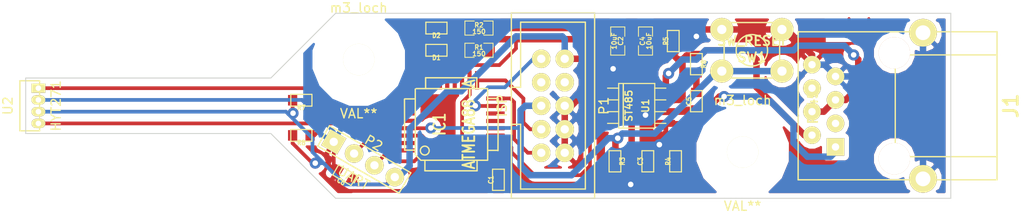
<source format=kicad_pcb>
(kicad_pcb (version 3) (host pcbnew "(2013-may-18)-stable")

  (general
    (links 66)
    (no_connects 0)
    (area 444.242 343.583 554.6684 366.671)
    (thickness 1.6)
    (drawings 9)
    (tracks 297)
    (zones 0)
    (modules 25)
    (nets 19)
  )

  (page A2)
  (layers
    (15 F.Cu signal)
    (0 B.Cu signal)
    (16 B.Adhes user)
    (17 F.Adhes user)
    (18 B.Paste user)
    (19 F.Paste user)
    (20 B.SilkS user)
    (21 F.SilkS user)
    (22 B.Mask user)
    (23 F.Mask user)
    (24 Dwgs.User user)
    (25 Cmts.User user)
    (26 Eco1.User user)
    (27 Eco2.User user)
    (28 Edge.Cuts user)
  )

  (setup
    (last_trace_width 0.7)
    (trace_clearance 0.254)
    (zone_clearance 0.508)
    (zone_45_only no)
    (trace_min 0.254)
    (segment_width 0.2)
    (edge_width 0.1)
    (via_size 1.2)
    (via_drill 0.6)
    (via_min_size 0.889)
    (via_min_drill 0.508)
    (uvia_size 0.508)
    (uvia_drill 0.127)
    (uvias_allowed no)
    (uvia_min_size 0.508)
    (uvia_min_drill 0.127)
    (pcb_text_width 0.3)
    (pcb_text_size 1.5 1.5)
    (mod_edge_width 0.15)
    (mod_text_size 1 1)
    (mod_text_width 0.15)
    (pad_size 1 1.7)
    (pad_drill 0.6)
    (pad_to_mask_clearance 0)
    (aux_axis_origin 0 0)
    (visible_elements 7FFFFFFF)
    (pcbplotparams
      (layerselection 3178497)
      (usegerberextensions false)
      (excludeedgelayer false)
      (linewidth 0.150000)
      (plotframeref false)
      (viasonmask false)
      (mode 1)
      (useauxorigin false)
      (hpglpennumber 1)
      (hpglpenspeed 20)
      (hpglpendiameter 15)
      (hpglpenoverlay 2)
      (psnegative false)
      (psa4output false)
      (plotreference true)
      (plotvalue true)
      (plotothertext true)
      (plotinvisibletext false)
      (padsonsilk false)
      (subtractmaskfromsilk false)
      (outputformat 2)
      (mirror false)
      (drillshape 2)
      (scaleselection 1)
      (outputdirectory ""))
  )

  (net 0 "")
  (net 1 /DI)
  (net 2 /LED1)
  (net 3 /LED2)
  (net 4 /MISO)
  (net 5 /MOSI)
  (net 6 /RESET)
  (net 7 /RX)
  (net 8 /SCK)
  (net 9 /SCL)
  (net 10 /SDA)
  (net 11 /TX)
  (net 12 /za)
  (net 13 /zb)
  (net 14 GND)
  (net 15 N-0000015)
  (net 16 N-0000017)
  (net 17 N-000002)
  (net 18 VCC)

  (net_class Default "This is the default net class."
    (clearance 0.254)
    (trace_width 0.7)
    (via_dia 1.2)
    (via_drill 0.6)
    (uvia_dia 0.508)
    (uvia_drill 0.127)
    (add_net "")
    (add_net /za)
    (add_net /zb)
    (add_net GND)
    (add_net N-0000015)
    (add_net N-0000017)
    (add_net N-000002)
  )

  (net_class uc ""
    (clearance 0.254)
    (trace_width 0.4)
    (via_dia 1.2)
    (via_drill 0.6)
    (uvia_dia 0.508)
    (uvia_drill 0.127)
    (add_net /DI)
    (add_net /LED1)
    (add_net /LED2)
    (add_net /MISO)
    (add_net /MOSI)
    (add_net /RESET)
    (add_net /RX)
    (add_net /SCK)
    (add_net /SCL)
    (add_net /SDA)
    (add_net /TX)
    (add_net VCC)
  )

  (module wannenstecker_2x5_rm254 (layer F.Cu) (tedit 535A5A8F) (tstamp 536005E4)
    (at 504 355 270)
    (path /53302A79)
    (fp_text reference P1 (at 0 -5.5 270) (layer F.SilkS)
      (effects (font (size 1 1) (thickness 0.15)))
    )
    (fp_text value ISP (at 0 5.5 270) (layer F.SilkS)
      (effects (font (size 1 1) (thickness 0.15)))
    )
    (fp_line (start 2 3.5) (end 2 4.5) (layer F.SilkS) (width 0.15))
    (fp_line (start -2 3.5) (end -2 4.5) (layer F.SilkS) (width 0.15))
    (fp_line (start -2 3.5) (end -4.5 3.5) (layer F.SilkS) (width 0.15))
    (fp_line (start 4 -3.5) (end 9 -3.5) (layer F.SilkS) (width 0.15))
    (fp_line (start 9 -3.5) (end 9 3.5) (layer F.SilkS) (width 0.15))
    (fp_line (start 9 3.5) (end 2 3.5) (layer F.SilkS) (width 0.15))
    (fp_line (start -4.5 4.5) (end 10 4.5) (layer F.SilkS) (width 0.15))
    (fp_line (start 10 4.5) (end 10 -4.5) (layer F.SilkS) (width 0.15))
    (fp_line (start 10 -4.5) (end 5 -4.5) (layer F.SilkS) (width 0.15))
    (fp_line (start -4.54 3.5) (end -9.04 3.5) (layer F.SilkS) (width 0.15))
    (fp_line (start -9.04 3.5) (end -9.04 -3.5) (layer F.SilkS) (width 0.15))
    (fp_line (start -9.04 -3.5) (end 3.96 -3.5) (layer F.SilkS) (width 0.15))
    (fp_line (start -4.54 4.5) (end -10.04 4.5) (layer F.SilkS) (width 0.15))
    (fp_line (start -10.04 4.5) (end -10.04 -4.5) (layer F.SilkS) (width 0.15))
    (fp_line (start -10.04 -4.5) (end 4.96 -4.5) (layer F.SilkS) (width 0.15))
    (pad 1 thru_hole circle (at -5.08 1.27 270) (size 2 2) (drill 0.9)
      (layers *.Cu *.Mask F.SilkS)
      (net 5 /MOSI)
    )
    (pad 2 thru_hole circle (at -5.08 -1.27 270) (size 2 2) (drill 0.9)
      (layers *.Cu *.Mask F.SilkS)
      (net 18 VCC)
    )
    (pad 3 thru_hole circle (at -2.54 1.27 270) (size 2 2) (drill 0.9)
      (layers *.Cu *.Mask F.SilkS)
    )
    (pad 4 thru_hole circle (at -2.54 -1.27 270) (size 2 2) (drill 0.9)
      (layers *.Cu *.Mask F.SilkS)
    )
    (pad 5 thru_hole circle (at 0 1.27 270) (size 2 2) (drill 0.9)
      (layers *.Cu *.Mask F.SilkS)
      (net 6 /RESET)
    )
    (pad 6 thru_hole circle (at 0 -1.27 270) (size 2 2) (drill 0.9)
      (layers *.Cu *.Mask F.SilkS)
      (net 14 GND)
    )
    (pad 7 thru_hole circle (at 2.54 1.27 270) (size 2 2) (drill 0.9)
      (layers *.Cu *.Mask F.SilkS)
      (net 8 /SCK)
    )
    (pad 8 thru_hole circle (at 2.54 -1.27 270) (size 2 2) (drill 0.9)
      (layers *.Cu *.Mask F.SilkS)
      (net 14 GND)
    )
    (pad 9 thru_hole circle (at 5.08 1.27 270) (size 2 2) (drill 0.9)
      (layers *.Cu *.Mask F.SilkS)
      (net 4 /MISO)
    )
    (pad 10 thru_hole circle (at 5.08 -1.27 270) (size 2 2) (drill 0.9)
      (layers *.Cu *.Mask F.SilkS)
      (net 14 GND)
    )
  )

  (module RJ45_8P8_simple (layer F.Cu) (tedit 53594E91) (tstamp 536255DC)
    (at 532 355 270)
    (tags RJ45)
    (path /532DDDA3)
    (fp_text reference J1 (at 0 -21.5 270) (layer F.SilkS)
      (effects (font (size 1.524 1.524) (thickness 0.3048)))
    )
    (fp_text value RJ45 (at 0.14224 -0.1016 270) (layer F.SilkS)
      (effects (font (size 1.00076 1.00076) (thickness 0.2032)))
    )
    (fp_line (start 5.5 -20) (end 5.5 -9) (layer F.SilkS) (width 0.15))
    (fp_line (start -5.5 -9) (end 5.5 -9) (layer F.SilkS) (width 0.15))
    (fp_line (start -5.5 -20) (end -5.5 -9) (layer F.SilkS) (width 0.15))
    (fp_line (start -8 -20) (end 8 -20) (layer F.SilkS) (width 0.15))
    (fp_line (start 8 -20) (end 8 1.5) (layer F.SilkS) (width 0.15))
    (fp_line (start 8 1.5) (end -8 1.5) (layer F.SilkS) (width 0.15))
    (fp_line (start -8 1.5) (end -8 -20) (layer F.SilkS) (width 0.15))
    (pad "" np_thru_hole circle (at -5.715 -8.9 90) (size 3.4 3.4) (drill 3.4)
      (layers *.Cu *.SilkS *.Mask)
    )
    (pad "" np_thru_hole circle (at 5.715 -8.9 90) (size 3.4 3.4) (drill 3.4)
      (layers *.Cu *.SilkS *.Mask)
    )
    (pad 1 thru_hole rect (at 4.445 -2.54 90) (size 1.9 1.9) (drill 0.8)
      (layers *.Cu *.Mask F.SilkS)
      (net 12 /za)
    )
    (pad 2 thru_hole circle (at 3.175 0 90) (size 1.9 1.9) (drill 0.8)
      (layers *.Cu *.Mask F.SilkS)
      (net 13 /zb)
    )
    (pad 3 thru_hole circle (at 1.905 -2.54 90) (size 1.9 1.9) (drill 0.8)
      (layers *.Cu *.Mask F.SilkS)
    )
    (pad 4 thru_hole circle (at 0.63 0 90) (size 1.9 1.9) (drill 0.8)
      (layers *.Cu *.Mask F.SilkS)
      (net 18 VCC)
    )
    (pad 5 thru_hole circle (at -0.635 -2.54 90) (size 1.9 1.9) (drill 0.8)
      (layers *.Cu *.Mask F.SilkS)
      (net 18 VCC)
    )
    (pad 6 thru_hole circle (at -1.905 0 90) (size 1.9 1.9) (drill 0.8)
      (layers *.Cu *.Mask F.SilkS)
    )
    (pad 7 thru_hole circle (at -3.175 -2.54 90) (size 1.9 1.9) (drill 0.8)
      (layers *.Cu *.Mask F.SilkS)
      (net 14 GND)
    )
    (pad 8 thru_hole circle (at -4.445 0 90) (size 1.9 1.9) (drill 0.8)
      (layers *.Cu *.Mask F.SilkS)
      (net 14 GND)
    )
    (pad 9 thru_hole circle (at 7.9 -12 90) (size 3 3) (drill 1.6)
      (layers *.Cu *.Mask F.SilkS)
      (net 14 GND)
    )
    (pad 9 thru_hole circle (at -7.9 -12 90) (size 3 3) (drill 1.6)
      (layers *.Cu *.Mask F.SilkS)
      (net 14 GND)
    )
    (model connectors/RJ45_8.wrl
      (at (xyz 0 0 0))
      (scale (xyz 0.4 0.4 0.4))
      (rotate (xyz 0 0 0))
    )
  )

  (module TQFP32 (layer F.Cu) (tedit 43A670DA) (tstamp 53623068)
    (at 493 357 90)
    (path /533024BD)
    (fp_text reference IC1 (at 0 -1.27 90) (layer F.SilkS)
      (effects (font (size 1.27 1.016) (thickness 0.2032)))
    )
    (fp_text value ATMEGA88-A (at 0 1.905 90) (layer F.SilkS)
      (effects (font (size 1.27 1.016) (thickness 0.2032)))
    )
    (fp_line (start 5.0292 2.7686) (end 3.8862 2.7686) (layer F.SilkS) (width 0.1524))
    (fp_line (start 5.0292 -2.7686) (end 3.9116 -2.7686) (layer F.SilkS) (width 0.1524))
    (fp_line (start 5.0292 2.7686) (end 5.0292 -2.7686) (layer F.SilkS) (width 0.1524))
    (fp_line (start 2.794 3.9624) (end 2.794 5.0546) (layer F.SilkS) (width 0.1524))
    (fp_line (start -2.8194 3.9878) (end -2.8194 5.0546) (layer F.SilkS) (width 0.1524))
    (fp_line (start -2.8448 5.0546) (end 2.794 5.08) (layer F.SilkS) (width 0.1524))
    (fp_line (start -2.794 -5.0292) (end 2.7178 -5.0546) (layer F.SilkS) (width 0.1524))
    (fp_line (start -3.8862 -3.2766) (end -3.8862 3.9116) (layer F.SilkS) (width 0.1524))
    (fp_line (start 2.7432 -5.0292) (end 2.7432 -3.9878) (layer F.SilkS) (width 0.1524))
    (fp_line (start -3.2512 -3.8862) (end 3.81 -3.8862) (layer F.SilkS) (width 0.1524))
    (fp_line (start 3.8608 3.937) (end 3.8608 -3.7846) (layer F.SilkS) (width 0.1524))
    (fp_line (start -3.8862 3.937) (end 3.7338 3.937) (layer F.SilkS) (width 0.1524))
    (fp_line (start -5.0292 -2.8448) (end -5.0292 2.794) (layer F.SilkS) (width 0.1524))
    (fp_line (start -5.0292 2.794) (end -3.8862 2.794) (layer F.SilkS) (width 0.1524))
    (fp_line (start -3.87604 -3.302) (end -3.29184 -3.8862) (layer F.SilkS) (width 0.1524))
    (fp_line (start -5.02412 -2.8448) (end -3.87604 -2.8448) (layer F.SilkS) (width 0.1524))
    (fp_line (start -2.794 -3.8862) (end -2.794 -5.03428) (layer F.SilkS) (width 0.1524))
    (fp_circle (center -2.83972 -2.86004) (end -2.43332 -2.60604) (layer F.SilkS) (width 0.1524))
    (pad 8 smd rect (at -4.81584 2.77622 90) (size 1.99898 0.44958)
      (layers F.Cu F.Paste F.Mask)
    )
    (pad 7 smd rect (at -4.81584 1.97612 90) (size 1.99898 0.44958)
      (layers F.Cu F.Paste F.Mask)
    )
    (pad 6 smd rect (at -4.81584 1.17602 90) (size 1.99898 0.44958)
      (layers F.Cu F.Paste F.Mask)
      (net 18 VCC)
    )
    (pad 5 smd rect (at -4.81584 0.37592 90) (size 1.99898 0.44958)
      (layers F.Cu F.Paste F.Mask)
      (net 14 GND)
    )
    (pad 4 smd rect (at -4.81584 -0.42418 90) (size 1.99898 0.44958)
      (layers F.Cu F.Paste F.Mask)
      (net 18 VCC)
    )
    (pad 3 smd rect (at -4.81584 -1.22428 90) (size 1.99898 0.44958)
      (layers F.Cu F.Paste F.Mask)
      (net 14 GND)
    )
    (pad 2 smd rect (at -4.81584 -2.02438 90) (size 1.99898 0.44958)
      (layers F.Cu F.Paste F.Mask)
    )
    (pad 1 smd rect (at -4.81584 -2.82448 90) (size 1.99898 0.44958)
      (layers F.Cu F.Paste F.Mask)
    )
    (pad 24 smd rect (at 4.7498 -2.8194 90) (size 1.99898 0.44958)
      (layers F.Cu F.Paste F.Mask)
      (net 3 /LED2)
    )
    (pad 17 smd rect (at 4.7498 2.794 90) (size 1.99898 0.44958)
      (layers F.Cu F.Paste F.Mask)
      (net 8 /SCK)
    )
    (pad 18 smd rect (at 4.7498 1.9812 90) (size 1.99898 0.44958)
      (layers F.Cu F.Paste F.Mask)
      (net 18 VCC)
    )
    (pad 19 smd rect (at 4.7498 1.1684 90) (size 1.99898 0.44958)
      (layers F.Cu F.Paste F.Mask)
    )
    (pad 20 smd rect (at 4.7498 0.381 90) (size 1.99898 0.44958)
      (layers F.Cu F.Paste F.Mask)
    )
    (pad 21 smd rect (at 4.7498 -0.4318 90) (size 1.99898 0.44958)
      (layers F.Cu F.Paste F.Mask)
      (net 14 GND)
    )
    (pad 22 smd rect (at 4.7498 -1.2192 90) (size 1.99898 0.44958)
      (layers F.Cu F.Paste F.Mask)
    )
    (pad 23 smd rect (at 4.7498 -2.032 90) (size 1.99898 0.44958)
      (layers F.Cu F.Paste F.Mask)
      (net 2 /LED1)
    )
    (pad 32 smd rect (at -2.82448 -4.826 90) (size 0.44958 1.99898)
      (layers F.Cu F.Paste F.Mask)
    )
    (pad 31 smd rect (at -2.02692 -4.826 90) (size 0.44958 1.99898)
      (layers F.Cu F.Paste F.Mask)
      (net 11 /TX)
    )
    (pad 30 smd rect (at -1.22428 -4.826 90) (size 0.44958 1.99898)
      (layers F.Cu F.Paste F.Mask)
      (net 7 /RX)
    )
    (pad 29 smd rect (at -0.42672 -4.826 90) (size 0.44958 1.99898)
      (layers F.Cu F.Paste F.Mask)
      (net 6 /RESET)
    )
    (pad 28 smd rect (at 0.37592 -4.826 90) (size 0.44958 1.99898)
      (layers F.Cu F.Paste F.Mask)
      (net 9 /SCL)
    )
    (pad 27 smd rect (at 1.17348 -4.826 90) (size 0.44958 1.99898)
      (layers F.Cu F.Paste F.Mask)
      (net 10 /SDA)
    )
    (pad 26 smd rect (at 1.97612 -4.826 90) (size 0.44958 1.99898)
      (layers F.Cu F.Paste F.Mask)
    )
    (pad 25 smd rect (at 2.77368 -4.826 90) (size 0.44958 1.99898)
      (layers F.Cu F.Paste F.Mask)
    )
    (pad 9 smd rect (at -2.8194 4.7752 90) (size 0.44958 1.99898)
      (layers F.Cu F.Paste F.Mask)
    )
    (pad 10 smd rect (at -2.032 4.7752 90) (size 0.44958 1.99898)
      (layers F.Cu F.Paste F.Mask)
      (net 1 /DI)
    )
    (pad 11 smd rect (at -1.2192 4.7752 90) (size 0.44958 1.99898)
      (layers F.Cu F.Paste F.Mask)
    )
    (pad 12 smd rect (at -0.4318 4.7752 90) (size 0.44958 1.99898)
      (layers F.Cu F.Paste F.Mask)
    )
    (pad 13 smd rect (at 0.3556 4.7752 90) (size 0.44958 1.99898)
      (layers F.Cu F.Paste F.Mask)
    )
    (pad 14 smd rect (at 1.1684 4.7752 90) (size 0.44958 1.99898)
      (layers F.Cu F.Paste F.Mask)
    )
    (pad 15 smd rect (at 1.9812 4.7752 90) (size 0.44958 1.99898)
      (layers F.Cu F.Paste F.Mask)
      (net 5 /MOSI)
    )
    (pad 16 smd rect (at 2.794 4.7752 90) (size 0.44958 1.99898)
      (layers F.Cu F.Paste F.Mask)
      (net 4 /MISO)
    )
    (model smd/tqfp32.wrl
      (at (xyz 0 0 0))
      (scale (xyz 1 1 1))
      (rotate (xyz 0 0 0))
    )
  )

  (module Taster_6mm (layer F.Cu) (tedit 535950B1) (tstamp 53623A53)
    (at 525.5 349 180)
    (path /535FFA17)
    (fp_text reference SW1 (at 0 -0.762 180) (layer F.SilkS)
      (effects (font (size 1.016 1.016) (thickness 0.2032)))
    )
    (fp_text value SW_RESET (at 0 1.016 180) (layer F.SilkS)
      (effects (font (size 1.016 1.016) (thickness 0.2032)))
    )
    (fp_circle (center 0 0) (end 1.7 0) (layer F.SilkS) (width 0.15))
    (fp_line (start -3 -3) (end 3 -3) (layer F.SilkS) (width 0.15))
    (fp_line (start 3 -3) (end 3 3) (layer F.SilkS) (width 0.15))
    (fp_line (start 3 3) (end -3 3) (layer F.SilkS) (width 0.15))
    (fp_line (start -3 3) (end -3 -3) (layer F.SilkS) (width 0.15))
    (pad 1 thru_hole circle (at 3.2512 -2.25044 180) (size 2.49936 2.49936) (drill 1)
      (layers *.Cu *.Mask F.SilkS)
      (net 6 /RESET)
    )
    (pad 2 thru_hole circle (at 3.2512 2.25044 180) (size 2.49936 2.49936) (drill 1)
      (layers *.Cu *.Mask F.SilkS)
      (net 14 GND)
    )
    (pad 1 thru_hole circle (at -3.2512 -2.25044 180) (size 2.49936 2.49936) (drill 1)
      (layers *.Cu *.Mask F.SilkS)
      (net 6 /RESET)
    )
    (pad 2 thru_hole circle (at -3.2512 2.25044 180) (size 2.49936 2.49936) (drill 1)
      (layers *.Cu *.Mask F.SilkS)
      (net 14 GND)
    )
  )

  (module Stiftleiste_4x1 (layer F.Cu) (tedit 535A5C67) (tstamp 5368D12A)
    (at 483.6 360.8 330)
    (path /535FFDDB)
    (fp_text reference P2 (at 0 -2.032 330) (layer F.SilkS)
      (effects (font (size 1 1) (thickness 0.15)))
    )
    (fp_text value UART (at 0 2.286 330) (layer F.SilkS)
      (effects (font (size 1 1) (thickness 0.15)))
    )
    (fp_line (start 0 -1.27) (end 5.08 -1.27) (layer F.SilkS) (width 0.15))
    (fp_line (start 5.08 -1.27) (end 5.08 1.27) (layer F.SilkS) (width 0.15))
    (fp_line (start 5.08 1.27) (end 0 1.27) (layer F.SilkS) (width 0.15))
    (fp_line (start -5.08 -1.27) (end 0 -1.27) (layer F.SilkS) (width 0.15))
    (fp_line (start 0 1.27) (end -5.08 1.27) (layer F.SilkS) (width 0.15))
    (fp_line (start -5.08 1.27) (end -5.08 -1.27) (layer F.SilkS) (width 0.15))
    (pad 1 thru_hole rect (at -3.81 0 330) (size 2 2) (drill 0.9)
      (layers *.Cu *.Mask F.SilkS)
      (net 14 GND)
    )
    (pad 2 thru_hole circle (at -1.27 0 330) (size 2 2) (drill 0.9)
      (layers *.Cu *.Mask F.SilkS)
      (net 11 /TX)
    )
    (pad 3 thru_hole circle (at 1.27 0 330) (size 2 2) (drill 0.9)
      (layers *.Cu *.Mask F.SilkS)
      (net 7 /RX)
    )
    (pad 4 thru_hole circle (at 3.81 0 330) (size 2 2) (drill 0.9)
      (layers *.Cu *.Mask F.SilkS)
      (net 18 VCC)
    )
  )

  (module st485 (layer F.Cu) (tedit 5362277A) (tstamp 5360064E)
    (at 515 355 270)
    (descr st485)
    (path /53600A20)
    (attr smd)
    (fp_text reference U1 (at 0 1 270) (layer F.SilkS)
      (effects (font (size 0.7493 0.7493) (thickness 0.14986)))
    )
    (fp_text value ST485 (at 0 2.8 270) (layer F.SilkS)
      (effects (font (size 0.7493 0.7493) (thickness 0.14986)))
    )
    (fp_line (start -2.4 3.4) (end 2.4 3.4) (layer F.SilkS) (width 0.15))
    (fp_line (start -2.413 0) (end -2.413 3.9) (layer F.SilkS) (width 0.127))
    (fp_line (start -2.413 3.9) (end 2.413 3.9) (layer F.SilkS) (width 0.127))
    (fp_line (start 2.413 3.9) (end 2.413 0) (layer F.SilkS) (width 0.127))
    (fp_line (start 2.413 0) (end -2.413 0) (layer F.SilkS) (width 0.127))
    (fp_line (start -1.908 0) (end -1.908 -1.2) (layer F.SilkS) (width 0.127))
    (fp_line (start -0.638 0) (end -0.638 -1.2) (layer F.SilkS) (width 0.127))
    (fp_line (start 0.632 0) (end 0.632 -1.2) (layer F.SilkS) (width 0.127))
    (fp_line (start 1.902 -1.2) (end 1.902 0) (layer F.SilkS) (width 0.127))
    (fp_line (start 1.902 3.9) (end 1.902 5.1) (layer F.SilkS) (width 0.127))
    (fp_line (start 0.632 5.1) (end 0.632 3.9) (layer F.SilkS) (width 0.127))
    (fp_line (start -0.638 5.1) (end -0.638 3.9) (layer F.SilkS) (width 0.127))
    (fp_line (start -1.908 5.1) (end -1.908 3.9) (layer F.SilkS) (width 0.127))
    (pad 1 smd rect (at -1.908 5.1 270) (size 0.75 2)
      (layers F.Cu F.Paste F.Mask)
    )
    (pad 2 smd rect (at -0.638 5.1 270) (size 0.75 2)
      (layers F.Cu F.Paste F.Mask)
      (net 18 VCC)
    )
    (pad 3 smd rect (at 0.632 5.1 270) (size 0.75 2)
      (layers F.Cu F.Paste F.Mask)
      (net 18 VCC)
    )
    (pad 4 smd rect (at 1.902 5.1 270) (size 0.75 2)
      (layers F.Cu F.Paste F.Mask)
      (net 1 /DI)
    )
    (pad 5 smd rect (at 1.902 -1.2 270) (size 0.75 2)
      (layers F.Cu F.Paste F.Mask)
      (net 14 GND)
    )
    (pad 6 smd rect (at 0.632 -1.2 270) (size 0.75 2)
      (layers F.Cu F.Paste F.Mask)
      (net 12 /za)
    )
    (pad 7 smd rect (at -0.638 -1.2 270) (size 0.75 2)
      (layers F.Cu F.Paste F.Mask)
      (net 13 /zb)
    )
    (pad 8 smd rect (at -1.908 -1.2 270) (size 0.75 2)
      (layers F.Cu F.Paste F.Mask)
      (net 18 VCC)
    )
    (model smd/smd_dil/so-8.wrl
      (at (xyz 0 0 0))
      (scale (xyz 1 1 1))
      (rotate (xyz 0 0 0))
    )
  )

  (module SM0805_big (layer F.Cu) (tedit 53595984) (tstamp 5360065A)
    (at 514 348 90)
    (tags SM0805)
    (path /532DDC2C)
    (attr smd)
    (fp_text reference C4 (at 0 -0.3175 90) (layer F.SilkS)
      (effects (font (size 0.50038 0.50038) (thickness 0.10922)))
    )
    (fp_text value 10uF (at 0 0.381 90) (layer F.SilkS)
      (effects (font (size 0.50038 0.50038) (thickness 0.10922)))
    )
    (fp_line (start -0.508 0.762) (end -1.524 0.762) (layer F.SilkS) (width 0.09906))
    (fp_line (start -1.524 0.762) (end -1.524 -0.762) (layer F.SilkS) (width 0.09906))
    (fp_line (start -1.524 -0.762) (end -0.508 -0.762) (layer F.SilkS) (width 0.09906))
    (fp_line (start 0.508 -0.762) (end 1.524 -0.762) (layer F.SilkS) (width 0.09906))
    (fp_line (start 1.524 -0.762) (end 1.524 0.762) (layer F.SilkS) (width 0.09906))
    (fp_line (start 1.524 0.762) (end 0.508 0.762) (layer F.SilkS) (width 0.09906))
    (pad 1 smd rect (at -1.108 0 90) (size 1.2 1.397)
      (layers F.Cu F.Paste F.Mask)
      (net 18 VCC)
    )
    (pad 2 smd rect (at 1.108 0 90) (size 1.2 1.397)
      (layers F.Cu F.Paste F.Mask)
      (net 14 GND)
    )
    (model smd/chip_cms.wrl
      (at (xyz 0 0 0))
      (scale (xyz 0.1 0.1 0.1))
      (rotate (xyz 0 0 0))
    )
  )

  (module SM0805_big (layer F.Cu) (tedit 5362322D) (tstamp 53625AE6)
    (at 511 348 270)
    (tags SM0805)
    (path /535FF5D2)
    (attr smd)
    (fp_text reference C2 (at 0 -0.3175 270) (layer F.SilkS)
      (effects (font (size 0.50038 0.50038) (thickness 0.10922)))
    )
    (fp_text value 10uF (at 0 0.381 270) (layer F.SilkS)
      (effects (font (size 0.50038 0.50038) (thickness 0.10922)))
    )
    (fp_line (start -0.508 0.762) (end -1.524 0.762) (layer F.SilkS) (width 0.09906))
    (fp_line (start -1.524 0.762) (end -1.524 -0.762) (layer F.SilkS) (width 0.09906))
    (fp_line (start -1.524 -0.762) (end -0.508 -0.762) (layer F.SilkS) (width 0.09906))
    (fp_line (start 0.508 -0.762) (end 1.524 -0.762) (layer F.SilkS) (width 0.09906))
    (fp_line (start 1.524 -0.762) (end 1.524 0.762) (layer F.SilkS) (width 0.09906))
    (fp_line (start 1.524 0.762) (end 0.508 0.762) (layer F.SilkS) (width 0.09906))
    (pad 1 smd rect (at -1.108 0 270) (size 1.2 1.397)
      (layers F.Cu F.Paste F.Mask)
      (net 14 GND)
    )
    (pad 2 smd rect (at 1.108 0 270) (size 1.2 1.397)
      (layers F.Cu F.Paste F.Mask)
      (net 18 VCC)
    )
    (model smd/chip_cms.wrl
      (at (xyz 0 0 0))
      (scale (xyz 0.1 0.1 0.1))
      (rotate (xyz 0 0 0))
    )
  )

  (module SM0805_big (layer F.Cu) (tedit 53595984) (tstamp 5360067E)
    (at 496 346.6)
    (tags SM0805)
    (path /5330345E)
    (attr smd)
    (fp_text reference R2 (at 0 -0.3175) (layer F.SilkS)
      (effects (font (size 0.50038 0.50038) (thickness 0.10922)))
    )
    (fp_text value 150 (at 0 0.381) (layer F.SilkS)
      (effects (font (size 0.50038 0.50038) (thickness 0.10922)))
    )
    (fp_line (start -0.508 0.762) (end -1.524 0.762) (layer F.SilkS) (width 0.09906))
    (fp_line (start -1.524 0.762) (end -1.524 -0.762) (layer F.SilkS) (width 0.09906))
    (fp_line (start -1.524 -0.762) (end -0.508 -0.762) (layer F.SilkS) (width 0.09906))
    (fp_line (start 0.508 -0.762) (end 1.524 -0.762) (layer F.SilkS) (width 0.09906))
    (fp_line (start 1.524 -0.762) (end 1.524 0.762) (layer F.SilkS) (width 0.09906))
    (fp_line (start 1.524 0.762) (end 0.508 0.762) (layer F.SilkS) (width 0.09906))
    (pad 1 smd rect (at -1.108 0) (size 1.2 1.397)
      (layers F.Cu F.Paste F.Mask)
      (net 16 N-0000017)
    )
    (pad 2 smd rect (at 1.108 0) (size 1.2 1.397)
      (layers F.Cu F.Paste F.Mask)
      (net 18 VCC)
    )
    (model smd/chip_cms.wrl
      (at (xyz 0 0 0))
      (scale (xyz 0.1 0.1 0.1))
      (rotate (xyz 0 0 0))
    )
  )

  (module SM0805_big (layer F.Cu) (tedit 53623639) (tstamp 5360068A)
    (at 496 349)
    (tags SM0805)
    (path /53303458)
    (attr smd)
    (fp_text reference R1 (at 0 -0.3175) (layer F.SilkS)
      (effects (font (size 0.50038 0.50038) (thickness 0.10922)))
    )
    (fp_text value 150 (at 0 0.381) (layer F.SilkS)
      (effects (font (size 0.50038 0.50038) (thickness 0.10922)))
    )
    (fp_line (start -0.508 0.762) (end -1.524 0.762) (layer F.SilkS) (width 0.09906))
    (fp_line (start -1.524 0.762) (end -1.524 -0.762) (layer F.SilkS) (width 0.09906))
    (fp_line (start -1.524 -0.762) (end -0.508 -0.762) (layer F.SilkS) (width 0.09906))
    (fp_line (start 0.508 -0.762) (end 1.524 -0.762) (layer F.SilkS) (width 0.09906))
    (fp_line (start 1.524 -0.762) (end 1.524 0.762) (layer F.SilkS) (width 0.09906))
    (fp_line (start 1.524 0.762) (end 0.508 0.762) (layer F.SilkS) (width 0.09906))
    (pad 1 smd rect (at -1.108 0) (size 1.2 1.397)
      (layers F.Cu F.Paste F.Mask)
      (net 17 N-000002)
    )
    (pad 2 smd rect (at 1.108 0) (size 1.2 1.397)
      (layers F.Cu F.Paste F.Mask)
      (net 18 VCC)
    )
    (model smd/chip_cms.wrl
      (at (xyz 0 0 0))
      (scale (xyz 0.1 0.1 0.1))
      (rotate (xyz 0 0 0))
    )
  )

  (module SM0603_big (layer F.Cu) (tedit 535956B8) (tstamp 53600694)
    (at 519.5 354.5 90)
    (tags "SM0603 R")
    (path /534938E9)
    (attr smd)
    (fp_text reference C5 (at 0 -0.8 90) (layer F.SilkS)
      (effects (font (size 0.508 0.4572) (thickness 0.1143)))
    )
    (fp_text value 100nF (at 0 0 90) (layer F.SilkS) hide
      (effects (font (size 0.508 0.4572) (thickness 0.1143)))
    )
    (fp_line (start -1.143 -0.635) (end 1.143 -0.635) (layer F.SilkS) (width 0.127))
    (fp_line (start 1.143 -0.635) (end 1.143 0.635) (layer F.SilkS) (width 0.127))
    (fp_line (start 1.143 0.635) (end -1.143 0.635) (layer F.SilkS) (width 0.127))
    (fp_line (start -1.143 0.635) (end -1.143 -0.635) (layer F.SilkS) (width 0.127))
    (pad 1 smd rect (at -0.945 0 90) (size 1 1.143)
      (layers F.Cu F.Paste F.Mask)
      (net 12 /za)
    )
    (pad 2 smd rect (at 0.945 0 90) (size 1 1.143)
      (layers F.Cu F.Paste F.Mask)
      (net 15 N-0000015)
    )
    (model smd\resistors\R0603.wrl
      (at (xyz 0 0 0.001))
      (scale (xyz 0.5 0.5 0.5))
      (rotate (xyz 0 0 0))
    )
  )

  (module SM0603_big (layer F.Cu) (tedit 535956B8) (tstamp 5360069E)
    (at 517.25 361 90)
    (tags "SM0603 R")
    (path /535D7B1E)
    (attr smd)
    (fp_text reference R4 (at 0 -0.8 90) (layer F.SilkS)
      (effects (font (size 0.508 0.4572) (thickness 0.1143)))
    )
    (fp_text value 22k (at 0 0 90) (layer F.SilkS) hide
      (effects (font (size 0.508 0.4572) (thickness 0.1143)))
    )
    (fp_line (start -1.143 -0.635) (end 1.143 -0.635) (layer F.SilkS) (width 0.127))
    (fp_line (start 1.143 -0.635) (end 1.143 0.635) (layer F.SilkS) (width 0.127))
    (fp_line (start 1.143 0.635) (end -1.143 0.635) (layer F.SilkS) (width 0.127))
    (fp_line (start -1.143 0.635) (end -1.143 -0.635) (layer F.SilkS) (width 0.127))
    (pad 1 smd rect (at -0.945 0 90) (size 1 1.143)
      (layers F.Cu F.Paste F.Mask)
      (net 18 VCC)
    )
    (pad 2 smd rect (at 0.945 0 90) (size 1 1.143)
      (layers F.Cu F.Paste F.Mask)
      (net 12 /za)
    )
    (model smd\resistors\R0603.wrl
      (at (xyz 0 0 0.001))
      (scale (xyz 0.5 0.5 0.5))
      (rotate (xyz 0 0 0))
    )
  )

  (module SM0603_big (layer F.Cu) (tedit 535956B8) (tstamp 536006A8)
    (at 517 348 90)
    (tags "SM0603 R")
    (path /535D7B2D)
    (attr smd)
    (fp_text reference R5 (at 0 -0.8 90) (layer F.SilkS)
      (effects (font (size 0.508 0.4572) (thickness 0.1143)))
    )
    (fp_text value 22k (at 0 0 90) (layer F.SilkS) hide
      (effects (font (size 0.508 0.4572) (thickness 0.1143)))
    )
    (fp_line (start -1.143 -0.635) (end 1.143 -0.635) (layer F.SilkS) (width 0.127))
    (fp_line (start 1.143 -0.635) (end 1.143 0.635) (layer F.SilkS) (width 0.127))
    (fp_line (start 1.143 0.635) (end -1.143 0.635) (layer F.SilkS) (width 0.127))
    (fp_line (start -1.143 0.635) (end -1.143 -0.635) (layer F.SilkS) (width 0.127))
    (pad 1 smd rect (at -0.945 0 90) (size 1 1.143)
      (layers F.Cu F.Paste F.Mask)
      (net 13 /zb)
    )
    (pad 2 smd rect (at 0.945 0 90) (size 1 1.143)
      (layers F.Cu F.Paste F.Mask)
      (net 14 GND)
    )
    (model smd\resistors\R0603.wrl
      (at (xyz 0 0 0.001))
      (scale (xyz 0.5 0.5 0.5))
      (rotate (xyz 0 0 0))
    )
  )

  (module SM0603_big (layer F.Cu) (tedit 535956B8) (tstamp 536006B2)
    (at 514.25 361 90)
    (tags "SM0603 R")
    (path /535FF4F4)
    (attr smd)
    (fp_text reference C3 (at 0 -0.8 90) (layer F.SilkS)
      (effects (font (size 0.508 0.4572) (thickness 0.1143)))
    )
    (fp_text value 100nF (at 0 0 90) (layer F.SilkS) hide
      (effects (font (size 0.508 0.4572) (thickness 0.1143)))
    )
    (fp_line (start -1.143 -0.635) (end 1.143 -0.635) (layer F.SilkS) (width 0.127))
    (fp_line (start 1.143 -0.635) (end 1.143 0.635) (layer F.SilkS) (width 0.127))
    (fp_line (start 1.143 0.635) (end -1.143 0.635) (layer F.SilkS) (width 0.127))
    (fp_line (start -1.143 0.635) (end -1.143 -0.635) (layer F.SilkS) (width 0.127))
    (pad 1 smd rect (at -0.945 0 90) (size 1 1.143)
      (layers F.Cu F.Paste F.Mask)
      (net 18 VCC)
    )
    (pad 2 smd rect (at 0.945 0 90) (size 1 1.143)
      (layers F.Cu F.Paste F.Mask)
      (net 14 GND)
    )
    (model smd\resistors\R0603.wrl
      (at (xyz 0 0 0.001))
      (scale (xyz 0.5 0.5 0.5))
      (rotate (xyz 0 0 0))
    )
  )

  (module SM0603_big (layer F.Cu) (tedit 535956B8) (tstamp 536006BC)
    (at 491.4 346.6 180)
    (tags "SM0603 R")
    (path /53302E6F)
    (attr smd)
    (fp_text reference D2 (at 0 -0.8 180) (layer F.SilkS)
      (effects (font (size 0.508 0.4572) (thickness 0.1143)))
    )
    (fp_text value LED (at 0 0 180) (layer F.SilkS) hide
      (effects (font (size 0.508 0.4572) (thickness 0.1143)))
    )
    (fp_line (start -1.143 -0.635) (end 1.143 -0.635) (layer F.SilkS) (width 0.127))
    (fp_line (start 1.143 -0.635) (end 1.143 0.635) (layer F.SilkS) (width 0.127))
    (fp_line (start 1.143 0.635) (end -1.143 0.635) (layer F.SilkS) (width 0.127))
    (fp_line (start -1.143 0.635) (end -1.143 -0.635) (layer F.SilkS) (width 0.127))
    (pad 1 smd rect (at -0.945 0 180) (size 1 1.143)
      (layers F.Cu F.Paste F.Mask)
      (net 16 N-0000017)
    )
    (pad 2 smd rect (at 0.945 0 180) (size 1 1.143)
      (layers F.Cu F.Paste F.Mask)
      (net 3 /LED2)
    )
    (model smd\resistors\R0603.wrl
      (at (xyz 0 0 0.001))
      (scale (xyz 0.5 0.5 0.5))
      (rotate (xyz 0 0 0))
    )
  )

  (module SM0603_big (layer F.Cu) (tedit 535956B8) (tstamp 536006C6)
    (at 498.1 363 90)
    (tags "SM0603 R")
    (path /535FF5D8)
    (attr smd)
    (fp_text reference C1 (at 0 -0.8 90) (layer F.SilkS)
      (effects (font (size 0.508 0.4572) (thickness 0.1143)))
    )
    (fp_text value 100nF (at 0 0 90) (layer F.SilkS) hide
      (effects (font (size 0.508 0.4572) (thickness 0.1143)))
    )
    (fp_line (start -1.143 -0.635) (end 1.143 -0.635) (layer F.SilkS) (width 0.127))
    (fp_line (start 1.143 -0.635) (end 1.143 0.635) (layer F.SilkS) (width 0.127))
    (fp_line (start 1.143 0.635) (end -1.143 0.635) (layer F.SilkS) (width 0.127))
    (fp_line (start -1.143 0.635) (end -1.143 -0.635) (layer F.SilkS) (width 0.127))
    (pad 1 smd rect (at -0.945 0 90) (size 1 1.143)
      (layers F.Cu F.Paste F.Mask)
      (net 14 GND)
    )
    (pad 2 smd rect (at 0.945 0 90) (size 1 1.143)
      (layers F.Cu F.Paste F.Mask)
      (net 18 VCC)
    )
    (model smd\resistors\R0603.wrl
      (at (xyz 0 0 0.001))
      (scale (xyz 0.5 0.5 0.5))
      (rotate (xyz 0 0 0))
    )
  )

  (module SM0603_big (layer F.Cu) (tedit 535956B8) (tstamp 536006D0)
    (at 491.4 349 180)
    (tags "SM0603 R")
    (path /53302A6A)
    (attr smd)
    (fp_text reference D1 (at 0 -0.8 180) (layer F.SilkS)
      (effects (font (size 0.508 0.4572) (thickness 0.1143)))
    )
    (fp_text value LED (at 0 0 180) (layer F.SilkS) hide
      (effects (font (size 0.508 0.4572) (thickness 0.1143)))
    )
    (fp_line (start -1.143 -0.635) (end 1.143 -0.635) (layer F.SilkS) (width 0.127))
    (fp_line (start 1.143 -0.635) (end 1.143 0.635) (layer F.SilkS) (width 0.127))
    (fp_line (start 1.143 0.635) (end -1.143 0.635) (layer F.SilkS) (width 0.127))
    (fp_line (start -1.143 0.635) (end -1.143 -0.635) (layer F.SilkS) (width 0.127))
    (pad 1 smd rect (at -0.945 0 180) (size 1 1.143)
      (layers F.Cu F.Paste F.Mask)
      (net 17 N-000002)
    )
    (pad 2 smd rect (at 0.945 0 180) (size 1 1.143)
      (layers F.Cu F.Paste F.Mask)
      (net 2 /LED1)
    )
    (model smd\resistors\R0603.wrl
      (at (xyz 0 0 0.001))
      (scale (xyz 0.5 0.5 0.5))
      (rotate (xyz 0 0 0))
    )
  )

  (module SM0603_big (layer F.Cu) (tedit 535956B8) (tstamp 5368D17F)
    (at 481.5 362.5 150)
    (tags "SM0603 R")
    (path /532DDC6A)
    (attr smd)
    (fp_text reference C6 (at 0 -0.8 150) (layer F.SilkS)
      (effects (font (size 0.508 0.4572) (thickness 0.1143)))
    )
    (fp_text value 100nF (at 0 0 150) (layer F.SilkS) hide
      (effects (font (size 0.508 0.4572) (thickness 0.1143)))
    )
    (fp_line (start -1.143 -0.635) (end 1.143 -0.635) (layer F.SilkS) (width 0.127))
    (fp_line (start 1.143 -0.635) (end 1.143 0.635) (layer F.SilkS) (width 0.127))
    (fp_line (start 1.143 0.635) (end -1.143 0.635) (layer F.SilkS) (width 0.127))
    (fp_line (start -1.143 0.635) (end -1.143 -0.635) (layer F.SilkS) (width 0.127))
    (pad 1 smd rect (at -0.945 0 150) (size 1 1.143)
      (layers F.Cu F.Paste F.Mask)
      (net 18 VCC)
    )
    (pad 2 smd rect (at 0.945 0 150) (size 1 1.143)
      (layers F.Cu F.Paste F.Mask)
      (net 14 GND)
    )
    (model smd\resistors\R0603.wrl
      (at (xyz 0 0 0.001))
      (scale (xyz 0.5 0.5 0.5))
      (rotate (xyz 0 0 0))
    )
  )

  (module SM0603_big (layer F.Cu) (tedit 535956B8) (tstamp 536006E4)
    (at 519.5 350.5 270)
    (tags "SM0603 R")
    (path /532DDB70)
    (attr smd)
    (fp_text reference R6 (at 0 -0.8 270) (layer F.SilkS)
      (effects (font (size 0.508 0.4572) (thickness 0.1143)))
    )
    (fp_text value 120 (at 0 0 270) (layer F.SilkS) hide
      (effects (font (size 0.508 0.4572) (thickness 0.1143)))
    )
    (fp_line (start -1.143 -0.635) (end 1.143 -0.635) (layer F.SilkS) (width 0.127))
    (fp_line (start 1.143 -0.635) (end 1.143 0.635) (layer F.SilkS) (width 0.127))
    (fp_line (start 1.143 0.635) (end -1.143 0.635) (layer F.SilkS) (width 0.127))
    (fp_line (start -1.143 0.635) (end -1.143 -0.635) (layer F.SilkS) (width 0.127))
    (pad 1 smd rect (at -0.945 0 270) (size 1 1.143)
      (layers F.Cu F.Paste F.Mask)
      (net 13 /zb)
    )
    (pad 2 smd rect (at 0.945 0 270) (size 1 1.143)
      (layers F.Cu F.Paste F.Mask)
      (net 15 N-0000015)
    )
    (model smd\resistors\R0603.wrl
      (at (xyz 0 0 0.001))
      (scale (xyz 0.5 0.5 0.5))
      (rotate (xyz 0 0 0))
    )
  )

  (module m3_loch (layer F.Cu) (tedit 535C0A44) (tstamp 536255AC)
    (at 524.5 360)
    (fp_text reference m3_loch (at 0 -5.588) (layer F.SilkS)
      (effects (font (size 1 1) (thickness 0.15)))
    )
    (fp_text value VAL** (at 0 5.842) (layer F.SilkS)
      (effects (font (size 1 1) (thickness 0.15)))
    )
    (pad "" np_thru_hole circle (at 0 0) (size 3.4 3.4) (drill 3.4)
      (layers *.Cu *.Mask F.SilkS)
      (clearance 3.3)
    )
  )

  (module m3_loch (layer F.Cu) (tedit 535C0A44) (tstamp 536255A6)
    (at 483 350)
    (fp_text reference m3_loch (at 0 -5.588) (layer F.SilkS)
      (effects (font (size 1 1) (thickness 0.15)))
    )
    (fp_text value VAL** (at 0 5.842) (layer F.SilkS)
      (effects (font (size 1 1) (thickness 0.15)))
    )
    (pad "" np_thru_hole circle (at 0 0) (size 3.4 3.4) (drill 3.4)
      (layers *.Cu *.Mask F.SilkS)
      (clearance 3.3)
    )
  )

  (module HYT271 (layer F.Cu) (tedit 5362AF53) (tstamp 5368B9F0)
    (at 448.5 355 270)
    (path /532DEF53)
    (fp_text reference U2 (at 0 3.429 270) (layer F.SilkS)
      (effects (font (size 1 1) (thickness 0.15)))
    )
    (fp_text value HYT271 (at 0 -1.778 270) (layer F.SilkS)
      (effects (font (size 1 1) (thickness 0.15)))
    )
    (fp_line (start -2.695 -0.003) (end 2.705 -0.003) (layer F.SilkS) (width 0.15))
    (fp_line (start 2.705 -0.003) (end 2.705 2.127) (layer F.SilkS) (width 0.15))
    (fp_line (start 2.705 2.127) (end -2.695 2.127) (layer F.SilkS) (width 0.15))
    (fp_line (start -2.705 2.127) (end -2.705 0.057) (layer F.SilkS) (width 0.15))
    (pad 2 thru_hole oval (at -0.635 0.127 270) (size 1 1.5) (drill 0.6)
      (layers *.Cu *.Mask F.SilkS)
      (net 14 GND)
    )
    (pad 3 thru_hole oval (at 0.635 0.127 270) (size 1 1.5) (drill 0.6)
      (layers *.Cu *.Mask F.SilkS)
      (net 18 VCC)
    )
    (pad 4 thru_hole oval (at 1.905 0.127 270) (size 1 1.5) (drill 0.6)
      (layers *.Cu *.Mask F.SilkS)
      (net 9 /SCL)
    )
    (pad 1 thru_hole trapezoid (at -1.905 0.127 270) (size 1 1.5) (drill 0.6)
      (layers *.Cu *.Mask F.SilkS)
      (net 10 /SDA)
    )
  )

  (module SM0603_big (layer F.Cu) (tedit 535956B8) (tstamp 536A5073)
    (at 510.7 361 270)
    (tags "SM0603 R")
    (path /535FFA0A)
    (attr smd)
    (fp_text reference R3 (at 0 -0.8 270) (layer F.SilkS)
      (effects (font (size 0.508 0.4572) (thickness 0.1143)))
    )
    (fp_text value 10k (at 0 0 270) (layer F.SilkS) hide
      (effects (font (size 0.508 0.4572) (thickness 0.1143)))
    )
    (fp_line (start -1.143 -0.635) (end 1.143 -0.635) (layer F.SilkS) (width 0.127))
    (fp_line (start 1.143 -0.635) (end 1.143 0.635) (layer F.SilkS) (width 0.127))
    (fp_line (start 1.143 0.635) (end -1.143 0.635) (layer F.SilkS) (width 0.127))
    (fp_line (start -1.143 0.635) (end -1.143 -0.635) (layer F.SilkS) (width 0.127))
    (pad 1 smd rect (at -0.945 0 270) (size 1 1.143)
      (layers F.Cu F.Paste F.Mask)
      (net 6 /RESET)
    )
    (pad 2 smd rect (at 0.945 0 270) (size 1 1.143)
      (layers F.Cu F.Paste F.Mask)
      (net 18 VCC)
    )
    (model smd\resistors\R0603.wrl
      (at (xyz 0 0 0.001))
      (scale (xyz 0.5 0.5 0.5))
      (rotate (xyz 0 0 0))
    )
  )

  (module SM0603_big (layer F.Cu) (tedit 535956B8) (tstamp 53832D68)
    (at 476.8 354.4 180)
    (tags "SM0603 R")
    (path /53832B94)
    (attr smd)
    (fp_text reference R7 (at 0 -0.8 180) (layer F.SilkS)
      (effects (font (size 0.508 0.4572) (thickness 0.1143)))
    )
    (fp_text value 2k2 (at 0 0 180) (layer F.SilkS) hide
      (effects (font (size 0.508 0.4572) (thickness 0.1143)))
    )
    (fp_line (start -1.143 -0.635) (end 1.143 -0.635) (layer F.SilkS) (width 0.127))
    (fp_line (start 1.143 -0.635) (end 1.143 0.635) (layer F.SilkS) (width 0.127))
    (fp_line (start 1.143 0.635) (end -1.143 0.635) (layer F.SilkS) (width 0.127))
    (fp_line (start -1.143 0.635) (end -1.143 -0.635) (layer F.SilkS) (width 0.127))
    (pad 1 smd rect (at -0.945 0 180) (size 1 1.143)
      (layers F.Cu F.Paste F.Mask)
      (net 10 /SDA)
    )
    (pad 2 smd rect (at 0.945 0 180) (size 1 1.143)
      (layers F.Cu F.Paste F.Mask)
      (net 18 VCC)
    )
    (model smd\resistors\R0603.wrl
      (at (xyz 0 0 0.001))
      (scale (xyz 0.5 0.5 0.5))
      (rotate (xyz 0 0 0))
    )
  )

  (module SM0603_big (layer F.Cu) (tedit 535956B8) (tstamp 53832D5D)
    (at 476.8 358.2 180)
    (tags "SM0603 R")
    (path /53832B9A)
    (attr smd)
    (fp_text reference R8 (at 0 -0.8 180) (layer F.SilkS)
      (effects (font (size 0.508 0.4572) (thickness 0.1143)))
    )
    (fp_text value 2k2 (at 0 0 180) (layer F.SilkS) hide
      (effects (font (size 0.508 0.4572) (thickness 0.1143)))
    )
    (fp_line (start -1.143 -0.635) (end 1.143 -0.635) (layer F.SilkS) (width 0.127))
    (fp_line (start 1.143 -0.635) (end 1.143 0.635) (layer F.SilkS) (width 0.127))
    (fp_line (start 1.143 0.635) (end -1.143 0.635) (layer F.SilkS) (width 0.127))
    (fp_line (start -1.143 0.635) (end -1.143 -0.635) (layer F.SilkS) (width 0.127))
    (pad 1 smd rect (at -0.945 0 180) (size 1 1.143)
      (layers F.Cu F.Paste F.Mask)
      (net 9 /SCL)
    )
    (pad 2 smd rect (at 0.945 0 180) (size 1 1.143)
      (layers F.Cu F.Paste F.Mask)
      (net 18 VCC)
    )
    (model smd\resistors\R0603.wrl
      (at (xyz 0 0 0.001))
      (scale (xyz 0.5 0.5 0.5))
      (rotate (xyz 0 0 0))
    )
  )

  (gr_text v1.1 (at 536.5 346.4) (layer F.Cu)
    (effects (font (size 1.5 1.5) (thickness 0.3)))
  )
  (gr_line (start 547 365) (end 547 345) (angle 90) (layer Edge.Cuts) (width 0.1))
  (gr_line (start 480.5 365) (end 547 365) (angle 90) (layer Edge.Cuts) (width 0.1))
  (gr_line (start 473.5 358) (end 480.5 365) (angle 90) (layer Edge.Cuts) (width 0.1))
  (gr_line (start 447 358) (end 473.5 358) (angle 90) (layer Edge.Cuts) (width 0.1))
  (gr_line (start 447 352) (end 447 358) (angle 90) (layer Edge.Cuts) (width 0.1))
  (gr_line (start 473.5 352) (end 447 352) (angle 90) (layer Edge.Cuts) (width 0.1))
  (gr_line (start 480.5 345) (end 473.5 352) (angle 90) (layer Edge.Cuts) (width 0.1))
  (gr_line (start 547 345) (end 480.5 345) (angle 90) (layer Edge.Cuts) (width 0.1))

  (segment (start 509.9 356.902) (end 508.598 356.902) (width 0.4) (layer F.Cu) (net 1))
  (segment (start 499.032 359.032) (end 497.7752 359.032) (width 0.4) (layer F.Cu) (net 1) (tstamp 5368D20B))
  (segment (start 499.5 359.5) (end 499.032 359.032) (width 0.4) (layer F.Cu) (net 1) (tstamp 5368D20A))
  (segment (start 499.5 360) (end 499.5 359.5) (width 0.4) (layer F.Cu) (net 1) (tstamp 5368D209))
  (segment (start 502 362.5) (end 499.5 360) (width 0.4) (layer F.Cu) (net 1) (tstamp 5368D207))
  (segment (start 507 362.5) (end 502 362.5) (width 0.4) (layer F.Cu) (net 1) (tstamp 5368D206))
  (segment (start 508 361.5) (end 507 362.5) (width 0.4) (layer F.Cu) (net 1) (tstamp 5368D203))
  (segment (start 508 357.5) (end 508 361.5) (width 0.4) (layer F.Cu) (net 1) (tstamp 5368D1FF))
  (segment (start 508.598 356.902) (end 508 357.5) (width 0.4) (layer F.Cu) (net 1) (tstamp 5368D1FA))
  (segment (start 490.968 352.2502) (end 490.968 350.768) (width 0.4) (layer F.Cu) (net 2))
  (segment (start 490.6 349.145) (end 490.455 349) (width 0.4) (layer F.Cu) (net 2) (tstamp 5368F2A6))
  (segment (start 490.6 350.4) (end 490.6 349.145) (width 0.4) (layer F.Cu) (net 2) (tstamp 5368F2A5))
  (segment (start 490.968 350.768) (end 490.6 350.4) (width 0.4) (layer F.Cu) (net 2) (tstamp 5368F2A4))
  (segment (start 490.1806 352.2502) (end 490.1806 350.9806) (width 0.4) (layer F.Cu) (net 3))
  (segment (start 489.8 346.6) (end 490.455 346.6) (width 0.4) (layer F.Cu) (net 3) (tstamp 5368F2AE))
  (segment (start 489 347.4) (end 489.8 346.6) (width 0.4) (layer F.Cu) (net 3) (tstamp 5368F2AC))
  (segment (start 489 349.8) (end 489 347.4) (width 0.4) (layer F.Cu) (net 3) (tstamp 5368F2AA))
  (segment (start 490.1806 350.9806) (end 489 349.8) (width 0.4) (layer F.Cu) (net 3) (tstamp 5368F2A9))
  (segment (start 497.7752 354.206) (end 499.406 354.206) (width 0.4) (layer F.Cu) (net 4))
  (segment (start 501.28 360.08) (end 502.73 360.08) (width 0.4) (layer F.Cu) (net 4) (tstamp 5368CFC2))
  (segment (start 499.8 358.6) (end 501.28 360.08) (width 0.4) (layer F.Cu) (net 4) (tstamp 5368CFBF))
  (segment (start 499.8 354.6) (end 499.8 358.6) (width 0.4) (layer F.Cu) (net 4) (tstamp 5368CFBD))
  (segment (start 499.406 354.206) (end 499.8 354.6) (width 0.4) (layer F.Cu) (net 4) (tstamp 5368CFBC))
  (segment (start 497.7752 355.0188) (end 495.6188 355.0188) (width 0.4) (layer F.Cu) (net 5))
  (segment (start 501.88 349.92) (end 502.73 349.92) (width 0.4) (layer B.Cu) (net 5) (tstamp 5368D001))
  (segment (start 498.8 353) (end 501.88 349.92) (width 0.4) (layer B.Cu) (net 5) (tstamp 5368CFFD))
  (segment (start 497 353) (end 498.8 353) (width 0.4) (layer B.Cu) (net 5) (tstamp 5368CFFA))
  (segment (start 495.6 354.4) (end 497 353) (width 0.4) (layer B.Cu) (net 5) (tstamp 5368CFF9))
  (segment (start 495.6 355) (end 495.6 354.4) (width 0.4) (layer B.Cu) (net 5) (tstamp 5368CFF8))
  (via (at 495.6 355) (size 1.2) (layers F.Cu B.Cu) (net 5))
  (segment (start 495.6188 355.0188) (end 495.6 355) (width 0.4) (layer F.Cu) (net 5) (tstamp 5368CFF0))
  (segment (start 488.174 357.42672) (end 490.77328 357.42672) (width 0.4) (layer F.Cu) (net 6))
  (segment (start 490.8 357.4) (end 500.5 357.4) (width 0.4) (layer B.Cu) (net 6) (tstamp 5368D087))
  (via (at 490.8 357.4) (size 1.2) (layers F.Cu B.Cu) (net 6))
  (segment (start 490.77328 357.42672) (end 490.8 357.4) (width 0.4) (layer F.Cu) (net 6) (tstamp 5368D083))
  (segment (start 500.5 357.4) (end 500.4 357.4) (width 0.4) (layer B.Cu) (net 6) (tstamp 5368D088))
  (segment (start 500.4 357.4) (end 500.5 357.4) (width 0.4) (layer B.Cu) (net 6) (tstamp 5368D08A))
  (segment (start 502.73 355) (end 501 355) (width 0.7) (layer B.Cu) (net 6))
  (segment (start 510 358.5) (end 511 358.5) (width 0.7) (layer B.Cu) (net 6) (tstamp 5368CF83))
  (segment (start 509 359.5) (end 510 358.5) (width 0.7) (layer B.Cu) (net 6) (tstamp 5368CF82))
  (segment (start 506 362.5) (end 509 359.5) (width 0.7) (layer B.Cu) (net 6) (tstamp 5368CF81))
  (segment (start 501.5 362.5) (end 506 362.5) (width 0.7) (layer B.Cu) (net 6) (tstamp 5368CF7F))
  (segment (start 500.5 361.5) (end 501.5 362.5) (width 0.7) (layer B.Cu) (net 6) (tstamp 5368CF7D))
  (segment (start 500.5 355.5) (end 500.5 357.4) (width 0.7) (layer B.Cu) (net 6) (tstamp 5368CF7C))
  (segment (start 500.5 357.4) (end 500.5 361.5) (width 0.7) (layer B.Cu) (net 6) (tstamp 5368D08B))
  (segment (start 501 355) (end 500.5 355.5) (width 0.7) (layer B.Cu) (net 6) (tstamp 5368CF7B))
  (segment (start 510.75 359.892) (end 510.75 358.75) (width 0.7) (layer F.Cu) (net 6) (status 10))
  (segment (start 521.74956 351.25044) (end 522.2488 351.25044) (width 0.7) (layer B.Cu) (net 6) (tstamp 5368CE81))
  (segment (start 515 358) (end 521.74956 351.25044) (width 0.7) (layer B.Cu) (net 6) (tstamp 5368CE7B))
  (segment (start 511.5 358) (end 515 358) (width 0.7) (layer B.Cu) (net 6) (tstamp 5368CE7A))
  (segment (start 511 358.5) (end 511.5 358) (width 0.7) (layer B.Cu) (net 6) (tstamp 5368CE79))
  (via (at 511 358.5) (size 1.2) (layers F.Cu B.Cu) (net 6))
  (segment (start 510.75 358.75) (end 511 358.5) (width 0.7) (layer F.Cu) (net 6) (tstamp 5368CE6D))
  (segment (start 522.2488 351.25044) (end 528.7512 351.25044) (width 0.7) (layer B.Cu) (net 6))
  (segment (start 488.174 358.22428) (end 489.82428 358.22428) (width 0.4) (layer F.Cu) (net 7))
  (segment (start 485.734852 360.4) (end 484.699852 361.435) (width 0.4) (layer F.Cu) (net 7) (tstamp 5368D14D))
  (segment (start 486.2 360.4) (end 485.734852 360.4) (width 0.4) (layer F.Cu) (net 7) (tstamp 5368D14C))
  (segment (start 486.8 361) (end 486.2 360.4) (width 0.4) (layer F.Cu) (net 7) (tstamp 5368D14B))
  (segment (start 489 361) (end 486.8 361) (width 0.4) (layer F.Cu) (net 7) (tstamp 5368D14A))
  (segment (start 490.2 359.8) (end 489 361) (width 0.4) (layer F.Cu) (net 7) (tstamp 5368D149))
  (segment (start 490.2 358.6) (end 490.2 359.8) (width 0.4) (layer F.Cu) (net 7) (tstamp 5368D148))
  (segment (start 489.82428 358.22428) (end 490.2 358.6) (width 0.4) (layer F.Cu) (net 7) (tstamp 5368D147))
  (segment (start 495.794 352.2502) (end 498.8502 352.2502) (width 0.4) (layer F.Cu) (net 8))
  (segment (start 501.54 357.54) (end 502.73 357.54) (width 0.4) (layer F.Cu) (net 8) (tstamp 5368CFCA))
  (segment (start 500.8 356.8) (end 501.54 357.54) (width 0.4) (layer F.Cu) (net 8) (tstamp 5368CFC9))
  (segment (start 500.8 354.2) (end 500.8 356.8) (width 0.4) (layer F.Cu) (net 8) (tstamp 5368CFC7))
  (segment (start 498.8502 352.2502) (end 500.8 354.2) (width 0.4) (layer F.Cu) (net 8) (tstamp 5368CFC5))
  (segment (start 478.2 358.2) (end 477.745 358.2) (width 0.4) (layer F.Cu) (net 9) (tstamp 53832CE6))
  (segment (start 479.495 356.905) (end 478.2 358.2) (width 0.4) (layer F.Cu) (net 9) (tstamp 53832CE5))
  (segment (start 479.5 356.905) (end 479.495 356.905) (width 0.4) (layer F.Cu) (net 9))
  (segment (start 479.5 356.905) (end 485.905 356.905) (width 0.4) (layer F.Cu) (net 9) (tstamp 53832CE3) (status 10))
  (segment (start 448.373 356.905) (end 479.5 356.905) (width 0.4) (layer F.Cu) (net 9) (status 10))
  (segment (start 486.18592 356.62408) (end 488.174 356.62408) (width 0.4) (layer F.Cu) (net 9) (tstamp 5368BACC))
  (segment (start 485.905 356.905) (end 486.18592 356.62408) (width 0.4) (layer F.Cu) (net 9) (tstamp 5368BABE))
  (segment (start 478.9 354.4) (end 479.2 354.7) (width 0.4) (layer F.Cu) (net 10) (tstamp 53832CD6))
  (segment (start 477.745 354.4) (end 478.9 354.4) (width 0.4) (layer F.Cu) (net 10))
  (segment (start 479.2 354.7) (end 480.32652 355.82652) (width 0.4) (layer F.Cu) (net 10) (tstamp 53832CD9))
  (segment (start 448.373 353.095) (end 477.595 353.095) (width 0.4) (layer F.Cu) (net 10))
  (segment (start 480.32652 355.82652) (end 488.174 355.82652) (width 0.4) (layer F.Cu) (net 10) (tstamp 5368D250))
  (segment (start 477.595 353.095) (end 479.2 354.7) (width 0.4) (layer F.Cu) (net 10) (tstamp 5368D24E))
  (segment (start 488.174 359.02692) (end 483.638228 359.02692) (width 0.4) (layer F.Cu) (net 11))
  (segment (start 483.638228 359.02692) (end 482.500148 360.165) (width 0.4) (layer F.Cu) (net 11) (tstamp 5368D150))
  (segment (start 517.25 360.055) (end 517.25 359.25) (width 0.7) (layer F.Cu) (net 12))
  (segment (start 519.5 357) (end 519.5 355.445) (width 0.7) (layer F.Cu) (net 12) (tstamp 5368CE5C))
  (segment (start 517.25 359.25) (end 519.5 357) (width 0.7) (layer F.Cu) (net 12) (tstamp 5368CE5B))
  (segment (start 516.2 355.632) (end 518.368 355.632) (width 0.7) (layer F.Cu) (net 12))
  (segment (start 518.555 355.445) (end 519.5 355.445) (width 0.7) (layer F.Cu) (net 12) (tstamp 5368CDE4))
  (segment (start 518.368 355.632) (end 518.555 355.445) (width 0.7) (layer F.Cu) (net 12) (tstamp 5368CDE1))
  (segment (start 519.5 355.445) (end 520.555 355.445) (width 0.7) (layer F.Cu) (net 12))
  (segment (start 534.54 359.96) (end 534.54 359.445) (width 0.7) (layer B.Cu) (net 12) (tstamp 5368CDD9))
  (segment (start 534 360.5) (end 534.54 359.96) (width 0.7) (layer B.Cu) (net 12) (tstamp 5368CDD8))
  (segment (start 531.5 360.5) (end 534 360.5) (width 0.7) (layer B.Cu) (net 12) (tstamp 5368CDD7))
  (segment (start 530 359) (end 531.5 360.5) (width 0.7) (layer B.Cu) (net 12) (tstamp 5368CDD6))
  (segment (start 530 357) (end 530 359) (width 0.7) (layer B.Cu) (net 12) (tstamp 5368CDD5))
  (segment (start 527.5 354.5) (end 530 357) (width 0.7) (layer B.Cu) (net 12) (tstamp 5368CDD3))
  (segment (start 526.5 354.5) (end 527.5 354.5) (width 0.7) (layer B.Cu) (net 12) (tstamp 5368CDCE))
  (segment (start 526 354) (end 526.5 354.5) (width 0.7) (layer B.Cu) (net 12) (tstamp 5368CDCD))
  (segment (start 522.5 354) (end 526 354) (width 0.7) (layer B.Cu) (net 12) (tstamp 5368CDCC))
  (via (at 522.5 354) (size 1.2) (layers F.Cu B.Cu) (net 12))
  (segment (start 522 354) (end 522.5 354) (width 0.7) (layer F.Cu) (net 12) (tstamp 5368CDC6))
  (segment (start 520.555 355.445) (end 522 354) (width 0.7) (layer F.Cu) (net 12) (tstamp 5368CDC5))
  (segment (start 518 350) (end 517.5 350) (width 0.7) (layer F.Cu) (net 13))
  (segment (start 517 349.5) (end 517 348.945) (width 0.7) (layer F.Cu) (net 13) (tstamp 5368CE41))
  (segment (start 517.5 350) (end 517 349.5) (width 0.7) (layer F.Cu) (net 13) (tstamp 5368CE40))
  (segment (start 516.2 354.362) (end 517.638 354.362) (width 0.7) (layer F.Cu) (net 13))
  (segment (start 518.445 349.555) (end 519.5 349.555) (width 0.7) (layer F.Cu) (net 13) (tstamp 5368CDEA))
  (segment (start 518 350) (end 518.445 349.555) (width 0.7) (layer F.Cu) (net 13) (tstamp 5368CDE9))
  (segment (start 518 354) (end 518 351) (width 0.7) (layer F.Cu) (net 13) (tstamp 5368CDE8))
  (segment (start 518 351) (end 518 350) (width 0.7) (layer F.Cu) (net 13) (tstamp 5368CDF7))
  (segment (start 517.638 354.362) (end 518 354) (width 0.7) (layer F.Cu) (net 13) (tstamp 5368CDE7))
  (segment (start 519.5 349.555) (end 519.945 349.555) (width 0.7) (layer F.Cu) (net 13))
  (segment (start 531.175 358.175) (end 532 358.175) (width 0.7) (layer F.Cu) (net 13) (tstamp 5368CD76))
  (segment (start 526 353) (end 531.175 358.175) (width 0.7) (layer F.Cu) (net 13) (tstamp 5368CD72))
  (segment (start 526 350) (end 526 353) (width 0.7) (layer F.Cu) (net 13) (tstamp 5368CD71))
  (segment (start 525 349) (end 526 350) (width 0.7) (layer F.Cu) (net 13) (tstamp 5368CD70))
  (segment (start 520.5 349) (end 525 349) (width 0.7) (layer F.Cu) (net 13) (tstamp 5368CD6F))
  (segment (start 519.945 349.555) (end 520.5 349) (width 0.7) (layer F.Cu) (net 13) (tstamp 5368CD61))
  (segment (start 514.5 359.5) (end 515.1 359.5) (width 0.7) (layer F.Cu) (net 14))
  (segment (start 510.155 363.945) (end 498.1 363.945) (width 0.7) (layer F.Cu) (net 14) (tstamp 536A5302))
  (segment (start 510.6 363.5) (end 510.155 363.945) (width 0.7) (layer F.Cu) (net 14) (tstamp 536A5301))
  (segment (start 512.4 363.5) (end 510.6 363.5) (width 0.7) (layer F.Cu) (net 14) (tstamp 536A5300))
  (via (at 512.4 363.5) (size 1.2) (layers F.Cu B.Cu) (net 14))
  (segment (start 513.5 363.5) (end 512.4 363.5) (width 0.7) (layer B.Cu) (net 14) (tstamp 536A52F4))
  (segment (start 515.5 361.5) (end 513.5 363.5) (width 0.7) (layer B.Cu) (net 14) (tstamp 536A52EC))
  (segment (start 515.5 359.2) (end 515.5 361.5) (width 0.7) (layer B.Cu) (net 14) (tstamp 536A52EB))
  (via (at 515.5 359.2) (size 1.2) (layers F.Cu B.Cu) (net 14))
  (segment (start 515.4 359.2) (end 515.5 359.2) (width 0.7) (layer F.Cu) (net 14) (tstamp 536A52E5))
  (segment (start 515.1 359.5) (end 515.4 359.2) (width 0.7) (layer F.Cu) (net 14) (tstamp 536A52E4))
  (segment (start 480.681606 362.0275) (end 480.681606 363.481606) (width 0.4) (layer F.Cu) (net 14))
  (segment (start 491.60644 363.945) (end 491.945 363.945) (width 0.4) (layer F.Cu) (net 14) (tstamp 536A4EFE))
  (segment (start 491.35144 364.2) (end 491.60644 363.945) (width 0.4) (layer F.Cu) (net 14) (tstamp 536A4EFB))
  (segment (start 481.4 364.2) (end 491.35144 364.2) (width 0.4) (layer F.Cu) (net 14) (tstamp 536A4EF8))
  (segment (start 480.681606 363.481606) (end 481.4 364.2) (width 0.4) (layer F.Cu) (net 14) (tstamp 536A4EF7))
  (segment (start 534.54 351.825) (end 534.54 351.74) (width 0.7) (layer B.Cu) (net 14))
  (segment (start 533.355 350.555) (end 532 350.555) (width 0.7) (layer B.Cu) (net 14) (tstamp 5368F3EA))
  (segment (start 534.54 351.74) (end 533.355 350.555) (width 0.7) (layer B.Cu) (net 14) (tstamp 5368F3E7))
  (segment (start 448.373 354.365) (end 476.865 354.365) (width 0.4) (layer B.Cu) (net 14))
  (segment (start 480.300443 357.800443) (end 480.300443 358.895) (width 0.4) (layer B.Cu) (net 14) (tstamp 5368D319))
  (segment (start 476.865 354.365) (end 478.75 356.25) (width 0.4) (layer B.Cu) (net 14) (tstamp 5368D314))
  (segment (start 478.75 356.25) (end 480.300443 357.800443) (width 0.4) (layer B.Cu) (net 14) (tstamp 5368F49B))
  (segment (start 514.25 359.5) (end 514.5 359.5) (width 0.7) (layer F.Cu) (net 14) (tstamp 5368D2EF))
  (segment (start 514.5 359.5) (end 514.25 359.5) (width 0.7) (layer F.Cu) (net 14) (tstamp 5368D2F1))
  (segment (start 491.77572 361.81584) (end 491.77572 363.77572) (width 0.4) (layer F.Cu) (net 14))
  (segment (start 491.77572 363.77572) (end 491.945 363.945) (width 0.4) (layer F.Cu) (net 14) (tstamp 5368D26F))
  (segment (start 491.945 363.945) (end 493.945 363.945) (width 0.4) (layer F.Cu) (net 14) (tstamp 5368D270))
  (segment (start 493.37592 361.81584) (end 493.37592 363.37592) (width 0.4) (layer F.Cu) (net 14))
  (segment (start 493.37592 363.37592) (end 493.945 363.945) (width 0.4) (layer F.Cu) (net 14) (tstamp 5368D1B8))
  (segment (start 493.945 363.945) (end 498.1 363.945) (width 0.4) (layer F.Cu) (net 14) (tstamp 5368D1B9))
  (segment (start 480.300443 358.895) (end 480.300443 361.646337) (width 0.4) (layer F.Cu) (net 14))
  (segment (start 480.300443 361.646337) (end 480.681606 362.0275) (width 0.4) (layer F.Cu) (net 14) (tstamp 5368D1A9))
  (segment (start 505.27 355) (end 506 355) (width 0.7) (layer F.Cu) (net 14))
  (segment (start 514 351) (end 514 351.5) (width 0.7) (layer B.Cu) (net 14) (tstamp 5368CEED))
  (segment (start 510.5 351) (end 514 351) (width 0.7) (layer B.Cu) (net 14) (tstamp 5368CEEC))
  (via (at 510.5 351) (size 1.2) (layers F.Cu B.Cu) (net 14))
  (segment (start 509 351) (end 510.5 351) (width 0.7) (layer F.Cu) (net 14) (tstamp 5368CEE8))
  (segment (start 508 352) (end 509 351) (width 0.7) (layer F.Cu) (net 14) (tstamp 5368CEE7))
  (segment (start 508 353) (end 508 352) (width 0.7) (layer F.Cu) (net 14) (tstamp 5368CEE3))
  (segment (start 506 355) (end 508 353) (width 0.7) (layer F.Cu) (net 14) (tstamp 5368CEDA))
  (segment (start 514.848 356.902) (end 514.848 356.848) (width 0.7) (layer F.Cu) (net 14))
  (segment (start 514.848 356.848) (end 514 356) (width 0.7) (layer F.Cu) (net 14) (tstamp 5368CEB8))
  (via (at 514 356) (size 1.2) (layers F.Cu B.Cu) (net 14))
  (segment (start 514 356) (end 514 351.5) (width 0.7) (layer B.Cu) (net 14) (tstamp 5368CEC0))
  (segment (start 519.055 347.055) (end 518.945 347.055) (width 0.7) (layer F.Cu) (net 14) (tstamp 5368CECB))
  (segment (start 514 351.5) (end 517 348.5) (width 0.7) (layer B.Cu) (net 14) (tstamp 5368CEC1))
  (segment (start 517 348.5) (end 518.5 348.5) (width 0.7) (layer B.Cu) (net 14) (tstamp 5368CEC2))
  (segment (start 518.5 348.5) (end 519.5 347.5) (width 0.7) (layer B.Cu) (net 14) (tstamp 5368CEC6))
  (via (at 519.5 347.5) (size 1.2) (layers F.Cu B.Cu) (net 14))
  (segment (start 519.5 347.5) (end 519.055 347.055) (width 0.7) (layer F.Cu) (net 14) (tstamp 5368CECA))
  (segment (start 517 347.055) (end 518.945 347.055) (width 0.7) (layer F.Cu) (net 14))
  (segment (start 519.25044 346.74956) (end 522.2488 346.74956) (width 0.7) (layer F.Cu) (net 14) (tstamp 5368CE4A))
  (segment (start 518.945 347.055) (end 519.25044 346.74956) (width 0.7) (layer F.Cu) (net 14) (tstamp 5368CE49))
  (segment (start 511 346.892) (end 514 346.892) (width 0.7) (layer F.Cu) (net 14))
  (segment (start 514 346.892) (end 516.837 346.892) (width 0.7) (layer F.Cu) (net 14))
  (segment (start 516.837 346.892) (end 517 347.055) (width 0.7) (layer F.Cu) (net 14) (tstamp 5368CE44))
  (segment (start 528.7512 346.74956) (end 529.24956 346.74956) (width 0.7) (layer F.Cu) (net 14))
  (segment (start 529.24956 346.74956) (end 532 349.5) (width 0.7) (layer F.Cu) (net 14) (tstamp 5368CD58))
  (segment (start 532 349.5) (end 532 350.555) (width 0.7) (layer F.Cu) (net 14) (tstamp 5368CD5A))
  (segment (start 522.2488 346.74956) (end 528.7512 346.74956) (width 0.7) (layer F.Cu) (net 14))
  (segment (start 505.27 355) (end 505.27 357.54) (width 0.7) (layer F.Cu) (net 14) (status 30))
  (segment (start 505.27 355) (end 505.27 360.08) (width 0.7) (layer F.Cu) (net 14) (status 30))
  (segment (start 534.54 351.825) (end 536.825 351.825) (width 0.7) (layer B.Cu) (net 14))
  (segment (start 536.825 351.825) (end 540 355) (width 0.7) (layer B.Cu) (net 14) (tstamp 5368B0C1))
  (segment (start 540 355) (end 544 355) (width 0.7) (layer B.Cu) (net 14) (tstamp 5368B0C3))
  (segment (start 544 347.1) (end 544 355) (width 0.7) (layer B.Cu) (net 14))
  (segment (start 544 355) (end 544 362.9) (width 0.7) (layer B.Cu) (net 14) (tstamp 5368B0C9))
  (segment (start 514.5 358.25) (end 514.5 357.25) (width 0.7) (layer F.Cu) (net 14))
  (segment (start 514.25 358.5) (end 514.5 358.25) (width 0.7) (layer F.Cu) (net 14) (tstamp 5368AD7D))
  (segment (start 514.25 359.5) (end 514.25 358.5) (width 0.7) (layer F.Cu) (net 14) (tstamp 5368D2F2))
  (segment (start 514.5 357.25) (end 514.848 356.902) (width 0.7) (layer F.Cu) (net 14) (tstamp 5368ADA7))
  (segment (start 514.848 356.902) (end 516.2 356.902) (width 0.7) (layer F.Cu) (net 14) (tstamp 5368ADAC))
  (segment (start 514.25 360.055) (end 514.25 359.5) (width 0.7) (layer F.Cu) (net 14))
  (segment (start 491.77572 361.81584) (end 491.77572 358.72428) (width 0.4) (layer F.Cu) (net 14) (status 10))
  (segment (start 491.77572 358.72428) (end 492.5682 357.9318) (width 0.4) (layer F.Cu) (net 14) (tstamp 53624B63))
  (segment (start 492.5682 357.9318) (end 492.5682 352.2502) (width 0.4) (layer F.Cu) (net 14) (tstamp 53624B6A) (status 20))
  (segment (start 519.5 351.445) (end 519.5 353.555) (width 0.7) (layer F.Cu) (net 15))
  (segment (start 492.345 346.6) (end 494.892 346.6) (width 0.7) (layer F.Cu) (net 16))
  (segment (start 492.345 349) (end 494.892 349) (width 0.7) (layer F.Cu) (net 17))
  (segment (start 475.8 355.9) (end 475.4 355.9) (width 0.4) (layer B.Cu) (net 18) (tstamp 53832D10))
  (segment (start 475.9 355.8) (end 475.8 355.9) (width 0.4) (layer B.Cu) (net 18) (tstamp 53832D0F))
  (via (at 475.9 355.8) (size 1.2) (layers F.Cu B.Cu) (net 18))
  (segment (start 475.855 355.755) (end 475.9 355.8) (width 0.4) (layer F.Cu) (net 18) (tstamp 53832D05))
  (segment (start 475.855 354.4) (end 475.855 355.755) (width 0.4) (layer F.Cu) (net 18))
  (segment (start 475.4 355.9) (end 478 358.5) (width 0.4) (layer B.Cu) (net 18) (tstamp 53832D13))
  (segment (start 479.2 361.2) (end 479.4 361.4) (width 0.4) (layer B.Cu) (net 18) (tstamp 53832CFC))
  (segment (start 478.3 361.2) (end 479.2 361.2) (width 0.4) (layer B.Cu) (net 18) (tstamp 53832CFB))
  (via (at 478.3 361.2) (size 1.2) (layers F.Cu B.Cu) (net 18))
  (segment (start 478 361.2) (end 478.3 361.2) (width 0.4) (layer F.Cu) (net 18) (tstamp 53832CF1))
  (segment (start 475.855 359.055) (end 478 361.2) (width 0.4) (layer F.Cu) (net 18) (tstamp 53832CEB))
  (segment (start 475.855 358.2) (end 475.855 359.055) (width 0.4) (layer F.Cu) (net 18))
  (segment (start 479.4 361.4) (end 481.5 363.5) (width 0.4) (layer B.Cu) (net 18) (tstamp 53832D00))
  (segment (start 500 347.8) (end 507.2 347.8) (width 0.7) (layer F.Cu) (net 18))
  (segment (start 507.2 347.8) (end 508.508 349.108) (width 0.7) (layer F.Cu) (net 18) (tstamp 5368F2EA))
  (segment (start 497.108 347.8) (end 500 347.8) (width 0.7) (layer F.Cu) (net 18))
  (segment (start 494.9812 350.6188) (end 495 350.6) (width 0.4) (layer F.Cu) (net 18) (tstamp 5368F2C5))
  (segment (start 495 350.6) (end 498.2 350.6) (width 0.4) (layer F.Cu) (net 18) (tstamp 5368F2C6))
  (segment (start 498.2 350.6) (end 500 348.8) (width 0.4) (layer F.Cu) (net 18) (tstamp 5368F2CA))
  (segment (start 500 348.8) (end 500 347.8) (width 0.4) (layer F.Cu) (net 18) (tstamp 5368F2D4))
  (segment (start 494.9812 350.6188) (end 494.9812 352.2502) (width 0.4) (layer F.Cu) (net 18))
  (segment (start 497.108 346.6) (end 497.108 347.8) (width 0.7) (layer F.Cu) (net 18))
  (segment (start 497.108 347.8) (end 497.108 349) (width 0.7) (layer F.Cu) (net 18) (tstamp 5368F2E6))
  (segment (start 448.373 355.635) (end 475.135 355.635) (width 0.4) (layer B.Cu) (net 18))
  (segment (start 486.104557 363.5) (end 486.899557 362.705) (width 0.4) (layer B.Cu) (net 18) (tstamp 5368D324))
  (segment (start 481.5 363.5) (end 486.104557 363.5) (width 0.4) (layer B.Cu) (net 18) (tstamp 5368D322))
  (segment (start 478 360) (end 479.4 361.4) (width 0.4) (layer B.Cu) (net 18) (tstamp 5368D321))
  (segment (start 478 358.5) (end 478 360) (width 0.4) (layer B.Cu) (net 18) (tstamp 5368D31F))
  (segment (start 475.135 355.635) (end 475.4 355.9) (width 0.4) (layer B.Cu) (net 18) (tstamp 5368D31C))
  (segment (start 486.899557 362.705) (end 487.295 362.705) (width 0.7) (layer B.Cu) (net 18))
  (segment (start 505.27 347.77) (end 505.27 349.92) (width 0.7) (layer B.Cu) (net 18) (tstamp 5368D285))
  (segment (start 505 347.5) (end 505.27 347.77) (width 0.7) (layer B.Cu) (net 18) (tstamp 5368D284))
  (segment (start 500 347.5) (end 505 347.5) (width 0.7) (layer B.Cu) (net 18) (tstamp 5368D282))
  (segment (start 494.068515 353.431485) (end 500 347.5) (width 0.7) (layer B.Cu) (net 18) (tstamp 5368D281))
  (segment (start 492.568515 353.431485) (end 494.068515 353.431485) (width 0.7) (layer B.Cu) (net 18) (tstamp 5368D27D))
  (segment (start 488.5 357.5) (end 492.568515 353.431485) (width 0.7) (layer B.Cu) (net 18) (tstamp 5368D27A))
  (segment (start 488.5 361.5) (end 488.5 357.5) (width 0.7) (layer B.Cu) (net 18) (tstamp 5368D278))
  (segment (start 487.295 362.705) (end 488.5 361.5) (width 0.7) (layer B.Cu) (net 18) (tstamp 5368D276))
  (segment (start 486.899557 362.705) (end 486.795 362.705) (width 0.4) (layer F.Cu) (net 18))
  (segment (start 486.795 362.705) (end 486 363.5) (width 0.4) (layer F.Cu) (net 18) (tstamp 5368D1AC))
  (segment (start 486 363.5) (end 482.845894 363.5) (width 0.4) (layer F.Cu) (net 18) (tstamp 5368D1AD))
  (segment (start 482.845894 363.5) (end 482.318394 362.9725) (width 0.4) (layer F.Cu) (net 18) (tstamp 5368D1AE))
  (segment (start 498.1 362.055) (end 498.055 362.055) (width 0.4) (layer F.Cu) (net 18))
  (segment (start 495.2 359.2) (end 494.17602 359.2) (width 0.4) (layer F.Cu) (net 18) (tstamp 5368D023))
  (segment (start 498.055 362.055) (end 495.2 359.2) (width 0.4) (layer F.Cu) (net 18) (tstamp 5368D020))
  (segment (start 494.17602 360.4) (end 494.17602 359.2) (width 0.4) (layer F.Cu) (net 18))
  (segment (start 494.17602 359.2) (end 494.17602 354.62398) (width 0.4) (layer F.Cu) (net 18) (tstamp 5368D027))
  (segment (start 494.17602 354.62398) (end 495 353.8) (width 0.4) (layer F.Cu) (net 18) (tstamp 5368D016))
  (segment (start 495 353.8) (end 495 352.269) (width 0.4) (layer F.Cu) (net 18) (tstamp 5368D017))
  (segment (start 495 352.269) (end 494.9812 352.2502) (width 0.4) (layer F.Cu) (net 18) (tstamp 5368D018))
  (segment (start 516.2 353.092) (end 516.2 351.8) (width 0.7) (layer F.Cu) (net 18))
  (segment (start 535.635 354.365) (end 534.54 354.365) (width 0.7) (layer F.Cu) (net 18) (tstamp 5368CF0E))
  (segment (start 537 353) (end 535.635 354.365) (width 0.7) (layer F.Cu) (net 18) (tstamp 5368CF0D))
  (segment (start 537 350) (end 537 353) (width 0.7) (layer F.Cu) (net 18) (tstamp 5368CF0C))
  (segment (start 536.5 349.5) (end 537 350) (width 0.7) (layer F.Cu) (net 18) (tstamp 5368CF0B))
  (via (at 536.5 349.5) (size 1.2) (layers F.Cu B.Cu) (net 18))
  (segment (start 535.5 348.5) (end 536.5 349.5) (width 0.7) (layer B.Cu) (net 18) (tstamp 5368CF08))
  (segment (start 530.5 348.5) (end 535.5 348.5) (width 0.7) (layer B.Cu) (net 18) (tstamp 5368CF06))
  (segment (start 530 349) (end 530.5 348.5) (width 0.7) (layer B.Cu) (net 18) (tstamp 5368CF05))
  (segment (start 520.5 349) (end 530 349) (width 0.7) (layer B.Cu) (net 18) (tstamp 5368CF03))
  (segment (start 519.5 350) (end 520.5 349) (width 0.7) (layer B.Cu) (net 18) (tstamp 5368CF02))
  (segment (start 518 350) (end 519.5 350) (width 0.7) (layer B.Cu) (net 18) (tstamp 5368CF01))
  (segment (start 516.5 351.5) (end 518 350) (width 0.7) (layer B.Cu) (net 18) (tstamp 5368CF00))
  (via (at 516.5 351.5) (size 1.2) (layers F.Cu B.Cu) (net 18))
  (segment (start 516.2 351.8) (end 516.5 351.5) (width 0.7) (layer F.Cu) (net 18) (tstamp 5368CEF5))
  (segment (start 505.27 349.92) (end 507.5 349.92) (width 0.7) (layer F.Cu) (net 18))
  (segment (start 507.58 349.92) (end 508.392 349.108) (width 0.7) (layer F.Cu) (net 18) (tstamp 5368CED3))
  (segment (start 508.392 349.108) (end 508.508 349.108) (width 0.7) (layer F.Cu) (net 18) (tstamp 5368CED6))
  (segment (start 507.5 349.92) (end 507.58 349.92) (width 0.7) (layer F.Cu) (net 18) (tstamp 5368D1F1))
  (segment (start 508.508 349.108) (end 511 349.108) (width 0.7) (layer F.Cu) (net 18) (tstamp 5368F2F0))
  (segment (start 514 349.108) (end 512.892 349.108) (width 0.7) (layer F.Cu) (net 18))
  (segment (start 512.892 349.108) (end 512.5 349.5) (width 0.7) (layer F.Cu) (net 18) (tstamp 5368CE53))
  (segment (start 512.5 354) (end 512.5 350.5) (width 0.7) (layer F.Cu) (net 18))
  (segment (start 512.108 349.108) (end 511 349.108) (width 0.7) (layer F.Cu) (net 18) (tstamp 5368CE50))
  (segment (start 512.5 349.5) (end 512.108 349.108) (width 0.7) (layer F.Cu) (net 18) (tstamp 5368CE4F))
  (segment (start 512.5 350.5) (end 512.5 349.5) (width 0.7) (layer F.Cu) (net 18) (tstamp 5368CE4E))
  (segment (start 532 355.63) (end 533.275 355.63) (width 0.7) (layer F.Cu) (net 18))
  (segment (start 533.275 355.63) (end 534.54 354.365) (width 0.7) (layer F.Cu) (net 18) (tstamp 5368B043))
  (segment (start 510.75 362.108) (end 512.142 362.108) (width 0.7) (layer F.Cu) (net 18) (status 10))
  (segment (start 512.142 362.108) (end 512.305 361.945) (width 0.7) (layer F.Cu) (net 18) (tstamp 5368AD72))
  (segment (start 512.305 361.945) (end 514.25 361.945) (width 0.7) (layer F.Cu) (net 18) (tstamp 5368AD75))
  (segment (start 516.2 353.092) (end 513.408 353.092) (width 0.7) (layer F.Cu) (net 18))
  (segment (start 513.408 353.092) (end 512.5 354) (width 0.7) (layer F.Cu) (net 18) (tstamp 5368AD6C))
  (segment (start 509.9 355.632) (end 511.132 355.632) (width 0.7) (layer F.Cu) (net 18))
  (segment (start 511.132 355.632) (end 512.5 357) (width 0.7) (layer F.Cu) (net 18) (tstamp 5368AD67))
  (segment (start 509.9 354.362) (end 511.612 354.362) (width 0.7) (layer F.Cu) (net 18))
  (segment (start 512.25 355) (end 512.5 355) (width 0.7) (layer F.Cu) (net 18) (tstamp 5368AD64))
  (segment (start 512.5 355.25) (end 512.25 355) (width 0.7) (layer F.Cu) (net 18) (tstamp 5368AD62))
  (segment (start 511.612 354.362) (end 512.5 355.25) (width 0.7) (layer F.Cu) (net 18) (tstamp 5368AD5E))
  (segment (start 512.5 361.75) (end 512.5 357) (width 0.7) (layer F.Cu) (net 18) (tstamp 5368AD51))
  (segment (start 512.5 357) (end 512.5 355) (width 0.7) (layer F.Cu) (net 18) (tstamp 5368AD6A))
  (segment (start 512.5 355) (end 512.5 354) (width 0.7) (layer F.Cu) (net 18) (tstamp 5368AD65))
  (segment (start 512.142 362.108) (end 512.5 361.75) (width 0.7) (layer F.Cu) (net 18) (tstamp 5368AD4F))
  (segment (start 514.25 361.945) (end 517.25 361.945) (width 0.7) (layer F.Cu) (net 18) (status 10))
  (segment (start 492.57582 361.81584) (end 492.57582 360.07582) (width 0.4) (layer F.Cu) (net 18) (status 10))
  (segment (start 494.17602 360.17602) (end 494.17602 360.4) (width 0.4) (layer F.Cu) (net 18) (tstamp 53624B5B) (status 20))
  (segment (start 494.17602 360.4) (end 494.17602 361.81584) (width 0.4) (layer F.Cu) (net 18) (tstamp 5368D014) (status 20))
  (segment (start 493.65164 359.65164) (end 494.17602 360.17602) (width 0.4) (layer F.Cu) (net 18) (tstamp 53624B58))
  (segment (start 493 359.65164) (end 493.65164 359.65164) (width 0.4) (layer F.Cu) (net 18) (tstamp 53624B56))
  (segment (start 492.57582 360.07582) (end 493 359.65164) (width 0.4) (layer F.Cu) (net 18) (tstamp 53624B54))

  (zone (net 14) (net_name GND) (layer F.Cu) (tstamp 536A513E) (hatch edge 0.508)
    (connect_pads (clearance 0.508))
    (min_thickness 0.254)
    (fill (arc_segments 16) (thermal_gap 0.508) (thermal_bridge_width 0.508))
    (polygon
      (pts
        (xy 547 365) (xy 480.5 365) (xy 477 361.5) (xy 477 348.5) (xy 480.5 345)
        (xy 547 345)
      )
    )
    (filled_polygon
      (pts
        (xy 482.230453 364.315) (xy 480.783736 364.315) (xy 478.798876 362.33014) (xy 478.998657 362.247592) (xy 479.346371 361.900485)
        (xy 479.534785 361.446734) (xy 479.535214 360.955421) (xy 479.347592 360.501343) (xy 479.000485 360.153629) (xy 478.546734 359.965215)
        (xy 478.055421 359.964786) (xy 477.977747 359.996879) (xy 477.387478 359.40661) (xy 478.316008 359.40661) (xy 478.353996 359.547888)
        (xy 478.507956 359.748169) (xy 479.235476 360.168077) (xy 479.452333 360.10997) (xy 480.126958 358.941485) (xy 480.109637 358.931484)
        (xy 480.236637 358.711514) (xy 480.253958 358.721515) (xy 480.263958 358.704194) (xy 480.483928 358.831194) (xy 480.473928 358.848515)
        (xy 480.491248 358.858515) (xy 480.364248 359.078485) (xy 480.346928 359.068485) (xy 479.672303 360.23697) (xy 479.73041 360.453827)
        (xy 480.210243 360.730942) (xy 480.047945 360.855255) (xy 479.921444 361.073919) (xy 479.841542 361.212533) (xy 479.899649 361.42939)
        (xy 480.635121 361.854015) (xy 480.645121 361.836694) (xy 480.865091 361.963693) (xy 480.855091 361.981015) (xy 480.872411 361.991015)
        (xy 480.745411 362.210985) (xy 480.728091 362.200985) (xy 480.508121 362.581984) (xy 480.508121 362.073985) (xy 479.772649 361.64936)
        (xy 479.555792 361.707467) (xy 479.475699 361.845971) (xy 479.349581 362.064856) (xy 479.316826 362.315342) (xy 479.382421 362.559296)
        (xy 479.536381 362.759577) (xy 479.830889 362.929485) (xy 480.047746 362.871378) (xy 480.508121 362.073985) (xy 480.508121 362.581984)
        (xy 480.267716 362.998378) (xy 480.325823 363.215235) (xy 480.620221 363.385332) (xy 480.87065 363.418525) (xy 480.98773 363.387262)
        (xy 481.01871 363.503282) (xy 481.172319 363.703832) (xy 481.390983 363.830332) (xy 482.230453 364.315)
      )
    )
    (filled_polygon
      (pts
        (xy 493.736294 353.882837) (xy 493.585586 354.033546) (xy 493.404581 354.304439) (xy 493.34102 354.62398) (xy 493.34102 358.81664)
        (xy 493 358.81664) (xy 492.680459 358.880201) (xy 492.409566 359.061206) (xy 491.985386 359.485386) (xy 491.804381 359.756279)
        (xy 491.74082 360.07582) (xy 491.74082 360.18135) (xy 491.648718 360.18135) (xy 491.648718 360.325493) (xy 491.504615 360.18139)
        (xy 491.424066 360.181461) (xy 491.37567 360.201556) (xy 491.327274 360.181461) (xy 491.074655 360.18124) (xy 490.930213 360.18124)
        (xy 490.971439 360.119541) (xy 490.971439 360.11954) (xy 491.035 359.8) (xy 491.035 358.635205) (xy 491.044579 358.635214)
        (xy 491.498657 358.447592) (xy 491.846371 358.100485) (xy 492.034785 357.646734) (xy 492.035214 357.155421) (xy 491.847592 356.701343)
        (xy 491.500485 356.353629) (xy 491.046734 356.165215) (xy 490.555421 356.164786) (xy 490.101343 356.352408) (xy 489.861612 356.59172)
        (xy 489.8086 356.59172) (xy 489.8086 356.273535) (xy 489.78874 356.225469) (xy 489.808379 356.178174) (xy 489.8086 355.925555)
        (xy 489.8086 355.475975) (xy 489.787687 355.425363) (xy 489.808379 355.375534) (xy 489.8086 355.122915) (xy 489.8086 354.673335)
        (xy 489.78874 354.625269) (xy 489.808379 354.577974) (xy 489.8086 354.325355) (xy 489.8086 353.87613) (xy 489.828946 353.884579)
        (xy 490.081565 353.8848) (xy 490.531145 353.8848) (xy 490.574117 353.867044) (xy 490.616346 353.884579) (xy 490.868965 353.8848)
        (xy 491.318545 353.8848) (xy 491.374248 353.861783) (xy 491.429146 353.884579) (xy 491.681765 353.8848) (xy 492.131345 353.8848)
        (xy 492.174317 353.867044) (xy 492.216546 353.884579) (xy 492.297095 353.884649) (xy 492.455805 353.72594) (xy 492.455805 353.697503)
        (xy 492.543603 353.609858) (xy 492.580871 353.520104) (xy 492.617569 353.608919) (xy 492.680595 353.672054) (xy 492.680595 353.72594)
        (xy 492.839304 353.884649) (xy 492.919854 353.884579) (xy 492.9746 353.861846) (xy 493.029346 353.884579) (xy 493.281965 353.8848)
        (xy 493.731545 353.8848) (xy 493.736294 353.882837)
      )
    )
    (filled_polygon
      (pts
        (xy 511.515 352.542574) (xy 511.438641 352.357771) (xy 511.260168 352.178987) (xy 511.026864 352.082111) (xy 510.774245 352.08189)
        (xy 508.774245 352.08189) (xy 508.540771 352.178359) (xy 508.361987 352.356832) (xy 508.265111 352.590136) (xy 508.26489 352.842755)
        (xy 508.26489 353.592755) (xy 508.320376 353.727042) (xy 508.265111 353.860136) (xy 508.26489 354.112755) (xy 508.26489 354.862755)
        (xy 508.320376 354.997042) (xy 508.265111 355.130136) (xy 508.26489 355.382755) (xy 508.26489 356.132755) (xy 508.267115 356.13814)
        (xy 508.007565 356.311566) (xy 507.409566 356.909566) (xy 507.228561 357.180459) (xy 507.165 357.5) (xy 507.165 361.154131)
        (xy 506.915908 361.403223) (xy 506.915908 360.344538) (xy 506.915908 357.804538) (xy 506.915908 355.264538) (xy 506.891855 354.61454)
        (xy 506.689386 354.125737) (xy 506.42253 354.027075) (xy 505.449605 355) (xy 506.42253 355.972925) (xy 506.689386 355.874263)
        (xy 506.915908 355.264538) (xy 506.915908 357.804538) (xy 506.891855 357.15454) (xy 506.689386 356.665737) (xy 506.42253 356.567075)
        (xy 506.242925 356.74668) (xy 506.242925 356.38747) (xy 506.199493 356.27) (xy 506.242925 356.15253) (xy 505.27 355.179605)
        (xy 504.297075 356.15253) (xy 504.340506 356.27) (xy 504.297075 356.38747) (xy 505.27 357.360395) (xy 506.242925 356.38747)
        (xy 506.242925 356.74668) (xy 505.449605 357.54) (xy 506.42253 358.512925) (xy 506.689386 358.414263) (xy 506.915908 357.804538)
        (xy 506.915908 360.344538) (xy 506.891855 359.69454) (xy 506.689386 359.205737) (xy 506.42253 359.107075) (xy 506.242925 359.28668)
        (xy 506.242925 358.92747) (xy 506.199493 358.81) (xy 506.242925 358.69253) (xy 505.27 357.719605) (xy 504.297075 358.69253)
        (xy 504.340506 358.81) (xy 504.297075 358.92747) (xy 505.27 359.900395) (xy 506.242925 358.92747) (xy 506.242925 359.28668)
        (xy 505.449605 360.08) (xy 506.42253 361.052925) (xy 506.689386 360.954263) (xy 506.915908 360.344538) (xy 506.915908 361.403223)
        (xy 506.654131 361.665) (xy 505.744435 361.665) (xy 506.144263 361.499386) (xy 506.242925 361.23253) (xy 505.27 360.259605)
        (xy 504.297075 361.23253) (xy 504.395737 361.499386) (xy 504.841517 361.665) (xy 503.175488 361.665) (xy 503.654943 361.466893)
        (xy 504.082562 361.040019) (xy 504.11747 361.052925) (xy 505.090395 360.08) (xy 504.11747 359.107075) (xy 504.082062 359.120165)
        (xy 503.772239 358.809801) (xy 504.082562 358.500019) (xy 504.11747 358.512925) (xy 505.090395 357.54) (xy 504.11747 356.567075)
        (xy 504.082062 356.580165) (xy 503.772239 356.269801) (xy 504.082562 355.960019) (xy 504.11747 355.972925) (xy 505.090395 355)
        (xy 504.11747 354.027075) (xy 504.082062 354.040165) (xy 503.772239 353.729801) (xy 504.000198 353.502239) (xy 504.30998 353.812562)
        (xy 504.297075 353.84747) (xy 505.27 354.820395) (xy 506.242925 353.84747) (xy 506.229834 353.812062) (xy 506.655277 353.387362)
        (xy 506.904715 352.786648) (xy 506.905283 352.136205) (xy 506.656893 351.535057) (xy 506.312239 351.189801) (xy 506.597538 350.905)
        (xy 507.5 350.905) (xy 507.58 350.905) (xy 507.956943 350.830021) (xy 508.2765 350.6165) (xy 508.8 350.093)
        (xy 509.788585 350.093) (xy 509.941332 350.246013) (xy 510.174636 350.342889) (xy 510.427255 350.34311) (xy 511.515 350.34311)
        (xy 511.515 350.5) (xy 511.515 352.542574)
      )
    )
    (filled_polygon
      (pts
        (xy 518.515 356.591999) (xy 517.835043 357.271956) (xy 517.835 357.18775) (xy 517.67625 357.029) (xy 516.327 357.029)
        (xy 516.327 357.75325) (xy 516.48575 357.912) (xy 517.074245 357.91211) (xy 517.194995 357.912004) (xy 516.5535 358.5535)
        (xy 516.339979 358.873057) (xy 516.309542 359.02607) (xy 516.140487 359.194832) (xy 516.073 359.357359) (xy 516.073 357.75325)
        (xy 516.073 357.029) (xy 514.72375 357.029) (xy 514.565 357.18775) (xy 514.56489 357.402755) (xy 514.661359 357.636229)
        (xy 514.839832 357.815013) (xy 515.073136 357.911889) (xy 515.325755 357.91211) (xy 515.91425 357.912) (xy 516.073 357.75325)
        (xy 516.073 359.357359) (xy 516.043611 359.428136) (xy 516.04339 359.680755) (xy 516.04339 360.680755) (xy 516.139859 360.914229)
        (xy 516.18555 360.96) (xy 515.314449 360.96) (xy 515.360141 360.914229) (xy 515.45661 360.680755) (xy 515.45661 359.429245)
        (xy 515.360141 359.195771) (xy 515.181668 359.016987) (xy 514.948364 358.920111) (xy 514.695745 358.91989) (xy 514.53575 358.92)
        (xy 514.377 359.07875) (xy 514.377 359.928) (xy 515.29775 359.928) (xy 515.4565 359.76925) (xy 515.45661 359.429245)
        (xy 515.45661 360.680755) (xy 515.4565 360.34075) (xy 515.29775 360.182) (xy 514.377 360.182) (xy 514.377 360.202)
        (xy 514.123 360.202) (xy 514.123 360.182) (xy 514.103 360.182) (xy 514.103 359.928) (xy 514.123 359.928)
        (xy 514.123 359.07875) (xy 513.96425 358.92) (xy 513.804255 358.91989) (xy 513.551636 358.920111) (xy 513.485 358.94778)
        (xy 513.485 357) (xy 513.485 355) (xy 513.485 354.408) (xy 513.816 354.077) (xy 514.564921 354.077)
        (xy 514.56489 354.112755) (xy 514.56489 354.862755) (xy 514.620376 354.997042) (xy 514.565111 355.130136) (xy 514.56489 355.382755)
        (xy 514.56489 356.132755) (xy 514.620358 356.267) (xy 514.56489 356.401245) (xy 514.565 356.61625) (xy 514.72375 356.775)
        (xy 516.073 356.775) (xy 516.073 356.755) (xy 516.327 356.755) (xy 516.327 356.775) (xy 517.67625 356.775)
        (xy 517.83425 356.617) (xy 518.368 356.617) (xy 518.515 356.587759) (xy 518.515 356.591999)
      )
    )
    (filled_polygon
      (pts
        (xy 520.91571 347.903042) (xy 520.803752 348.015) (xy 520.5 348.015) (xy 520.123057 348.089979) (xy 519.803499 348.3035)
        (xy 519.687109 348.41989) (xy 518.802745 348.41989) (xy 518.569271 348.516359) (xy 518.515536 348.57) (xy 518.445 348.57)
        (xy 518.20661 348.617418) (xy 518.20661 348.319245) (xy 518.110141 348.085771) (xy 518.024519 348) (xy 518.110141 347.914229)
        (xy 518.20661 347.680755) (xy 518.20661 346.429245) (xy 518.110141 346.195771) (xy 517.931668 346.016987) (xy 517.698364 345.920111)
        (xy 517.445745 345.91989) (xy 517.28575 345.92) (xy 517.127 346.07875) (xy 517.127 346.928) (xy 518.04775 346.928)
        (xy 518.2065 346.76925) (xy 518.20661 346.429245) (xy 518.20661 347.680755) (xy 518.2065 347.34075) (xy 518.04775 347.182)
        (xy 517.127 347.182) (xy 517.127 347.202) (xy 516.873 347.202) (xy 516.873 347.182) (xy 516.873 346.928)
        (xy 516.873 346.07875) (xy 516.71425 345.92) (xy 516.554255 345.91989) (xy 516.301636 345.920111) (xy 516.068332 346.016987)
        (xy 515.889859 346.195771) (xy 515.79339 346.429245) (xy 515.7935 346.76925) (xy 515.95225 346.928) (xy 516.873 346.928)
        (xy 516.873 347.182) (xy 515.95225 347.182) (xy 515.7935 347.34075) (xy 515.79339 347.680755) (xy 515.889859 347.914229)
        (xy 515.975473 347.999993) (xy 515.890487 348.084832) (xy 515.793611 348.318136) (xy 515.79339 348.570755) (xy 515.79339 349.570755)
        (xy 515.889859 349.804229) (xy 516.068332 349.983013) (xy 516.196379 350.036182) (xy 516.3035 350.1965) (xy 516.371887 350.264887)
        (xy 516.255421 350.264786) (xy 515.801343 350.452408) (xy 515.453629 350.799515) (xy 515.265215 351.253266) (xy 515.264956 351.54885)
        (xy 515.215 351.8) (xy 515.215 352.08189) (xy 515.074245 352.08189) (xy 515.013473 352.107) (xy 513.485 352.107)
        (xy 513.485 350.5) (xy 513.485 350.34311) (xy 514.824255 350.34311) (xy 515.057729 350.246641) (xy 515.236513 350.068168)
        (xy 515.333389 349.834864) (xy 515.33361 349.582245) (xy 515.33361 348.382245) (xy 515.237141 348.148771) (xy 515.088628 348)
        (xy 515.237141 347.851229) (xy 515.33361 347.617755) (xy 515.3335 347.17775) (xy 515.17475 347.019) (xy 514.127 347.019)
        (xy 514.127 347.039) (xy 513.873 347.039) (xy 513.873 347.019) (xy 512.82525 347.019) (xy 512.6665 347.17775)
        (xy 512.66639 347.617755) (xy 512.762859 347.851229) (xy 512.911473 348.000102) (xy 512.763487 348.147832) (xy 512.763156 348.148628)
        (xy 512.515057 348.197979) (xy 512.5 348.208039) (xy 512.484943 348.197979) (xy 512.237037 348.148667) (xy 512.088628 348)
        (xy 512.237141 347.851229) (xy 512.33361 347.617755) (xy 512.3335 347.17775) (xy 512.17475 347.019) (xy 511.127 347.019)
        (xy 511.127 347.039) (xy 510.873 347.039) (xy 510.873 347.019) (xy 509.82525 347.019) (xy 509.6665 347.17775)
        (xy 509.66639 347.617755) (xy 509.762859 347.851229) (xy 509.911473 348.000102) (xy 509.788362 348.123) (xy 508.916 348.123)
        (xy 507.8965 347.1035) (xy 507.576943 346.889979) (xy 507.2 346.815) (xy 500 346.815) (xy 498.34311 346.815)
        (xy 498.34311 345.775745) (xy 498.305615 345.685) (xy 510.107471 345.685) (xy 509.941332 345.753987) (xy 509.762859 345.932771)
        (xy 509.66639 346.166245) (xy 509.6665 346.60625) (xy 509.82525 346.765) (xy 510.873 346.765) (xy 510.873 346.745)
        (xy 511.127 346.745) (xy 511.127 346.765) (xy 512.17475 346.765) (xy 512.3335 346.60625) (xy 512.33361 346.166245)
        (xy 512.237141 345.932771) (xy 512.058668 345.753987) (xy 511.892528 345.685) (xy 513.107471 345.685) (xy 512.941332 345.753987)
        (xy 512.762859 345.932771) (xy 512.66639 346.166245) (xy 512.6665 346.60625) (xy 512.82525 346.765) (xy 513.873 346.765)
        (xy 513.873 346.745) (xy 514.127 346.745) (xy 514.127 346.765) (xy 515.17475 346.765) (xy 515.3335 346.60625)
        (xy 515.33361 346.166245) (xy 515.237141 345.932771) (xy 515.058668 345.753987) (xy 514.892528 345.685) (xy 520.714222 345.685)
        (xy 520.622942 345.725285) (xy 520.35473 346.425443) (xy 520.374874 347.174944) (xy 520.622942 347.773835) (xy 520.91571 347.903042)
      )
    )
    (filled_polygon
      (pts
        (xy 521.563122 364.315) (xy 499.306527 364.315) (xy 499.3065 364.23075) (xy 499.14775 364.072) (xy 498.227 364.072)
        (xy 498.227 364.092) (xy 497.973 364.092) (xy 497.973 364.072) (xy 497.05225 364.072) (xy 496.8935 364.23075)
        (xy 496.893472 364.315) (xy 487.284541 364.315) (xy 487.8245 364.091893) (xy 488.284834 363.632362) (xy 488.534272 363.031648)
        (xy 488.53484 362.381205) (xy 488.309152 361.835) (xy 489 361.835) (xy 489.31562 361.772218) (xy 489.31562 362.941085)
        (xy 489.412089 363.174559) (xy 489.590562 363.353343) (xy 489.823866 363.450219) (xy 490.076485 363.45044) (xy 490.526065 363.45044)
        (xy 490.575403 363.430053) (xy 490.623966 363.450219) (xy 490.876585 363.45044) (xy 491.326165 363.45044) (xy 491.375503 363.430053)
        (xy 491.424066 363.450219) (xy 491.504615 363.450289) (xy 491.663325 363.29158) (xy 491.663325 363.250465) (xy 491.738423 363.175498)
        (xy 491.775691 363.085744) (xy 491.812389 363.174559) (xy 491.888115 363.250416) (xy 491.888115 363.29158) (xy 492.046824 363.450289)
        (xy 492.127374 363.450219) (xy 492.17577 363.430123) (xy 492.224166 363.450219) (xy 492.476785 363.45044) (xy 492.926365 363.45044)
        (xy 492.975703 363.430053) (xy 493.024266 363.450219) (xy 493.104815 363.450289) (xy 493.263525 363.29158) (xy 493.263525 363.250465)
        (xy 493.338623 363.175498) (xy 493.375891 363.085744) (xy 493.412589 363.174559) (xy 493.488315 363.250416) (xy 493.488315 363.29158)
        (xy 493.647024 363.450289) (xy 493.727574 363.450219) (xy 493.77597 363.430123) (xy 493.824366 363.450219) (xy 494.076985 363.45044)
        (xy 494.526565 363.45044) (xy 494.575903 363.430053) (xy 494.624466 363.450219) (xy 494.877085 363.45044) (xy 495.326665 363.45044)
        (xy 495.376003 363.430053) (xy 495.424566 363.450219) (xy 495.677185 363.45044) (xy 496.126765 363.45044) (xy 496.360239 363.353971)
        (xy 496.539023 363.175498) (xy 496.635899 362.942194) (xy 496.63612 362.689575) (xy 496.63612 361.816988) (xy 496.89339 362.074258)
        (xy 496.89339 362.680755) (xy 496.989859 362.914229) (xy 497.07548 363) (xy 496.989859 363.085771) (xy 496.89339 363.319245)
        (xy 496.8935 363.65925) (xy 497.05225 363.818) (xy 497.973 363.818) (xy 497.973 363.798) (xy 498.227 363.798)
        (xy 498.227 363.818) (xy 499.14775 363.818) (xy 499.3065 363.65925) (xy 499.30661 363.319245) (xy 499.210141 363.085771)
        (xy 499.124526 363.000006) (xy 499.209513 362.915168) (xy 499.306389 362.681864) (xy 499.30661 362.429245) (xy 499.30661 361.429245)
        (xy 499.210141 361.195771) (xy 499.031668 361.016987) (xy 498.798364 360.920111) (xy 498.545745 360.91989) (xy 498.100758 360.91989)
        (xy 497.860168 360.6793) (xy 498.900445 360.6793) (xy 498.969782 360.65065) (xy 501.409565 363.090434) (xy 501.409566 363.090434)
        (xy 501.680459 363.271439) (xy 501.999999 363.334999) (xy 502 363.335) (xy 507 363.335) (xy 507.31954 363.271439)
        (xy 507.319541 363.271439) (xy 507.590434 363.090434) (xy 508.590434 362.090435) (xy 508.590434 362.090434) (xy 508.771439 361.819541)
        (xy 508.834999 361.5) (xy 508.835 361.5) (xy 508.835 357.911943) (xy 509.025755 357.91211) (xy 509.906875 357.91211)
        (xy 509.765215 358.253266) (xy 509.764786 358.744579) (xy 509.765658 358.74669) (xy 509.765 358.75) (xy 509.765 359.020622)
        (xy 509.590487 359.194832) (xy 509.493611 359.428136) (xy 509.49339 359.680755) (xy 509.49339 360.680755) (xy 509.589859 360.914229)
        (xy 509.675473 360.999993) (xy 509.590487 361.084832) (xy 509.493611 361.318136) (xy 509.49339 361.570755) (xy 509.49339 362.570755)
        (xy 509.589859 362.804229) (xy 509.768332 362.983013) (xy 510.001636 363.079889) (xy 510.254255 363.08011) (xy 510.685197 363.08011)
        (xy 510.75 363.093) (xy 512.142 363.093) (xy 512.518943 363.018021) (xy 512.650675 362.93) (xy 513.265411 362.93)
        (xy 513.318332 362.983013) (xy 513.551636 363.079889) (xy 513.804255 363.08011) (xy 514.947255 363.08011) (xy 515.180729 362.983641)
        (xy 515.234463 362.93) (xy 516.265411 362.93) (xy 516.318332 362.983013) (xy 516.551636 363.079889) (xy 516.804255 363.08011)
        (xy 517.947255 363.08011) (xy 518.180729 362.983641) (xy 518.359513 362.805168) (xy 518.456389 362.571864) (xy 518.45661 362.319245)
        (xy 518.45661 361.319245) (xy 518.360141 361.085771) (xy 518.274526 361.000006) (xy 518.359513 360.915168) (xy 518.456389 360.681864)
        (xy 518.45661 360.429245) (xy 518.45661 359.43639) (xy 519.698117 358.194883) (xy 519.373893 358.975703) (xy 519.372113 361.015349)
        (xy 520.151007 362.900418) (xy 521.563122 364.315)
      )
    )
    (filled_polygon
      (pts
        (xy 522.442547 346.763702) (xy 522.262942 346.943307) (xy 522.2488 346.929165) (xy 522.234657 346.943307) (xy 522.055052 346.763702)
        (xy 522.069195 346.74956) (xy 522.055052 346.735417) (xy 522.234657 346.555812) (xy 522.2488 346.569955) (xy 522.262942 346.555812)
        (xy 522.442547 346.735417) (xy 522.428405 346.74956) (xy 522.442547 346.763702)
      )
    )
    (filled_polygon
      (pts
        (xy 546.315 364.315) (xy 546.142723 364.315) (xy 545.594607 364.315) (xy 545.51397 364.234362) (xy 545.832739 364.074582)
        (xy 546.142723 363.283813) (xy 546.126497 362.434613) (xy 545.832739 361.725418) (xy 545.513969 361.565636) (xy 545.334364 361.745241)
        (xy 544.179605 362.9) (xy 544.193747 362.914142) (xy 544.014142 363.093747) (xy 544 363.079605) (xy 543.985857 363.093747)
        (xy 543.806252 362.914142) (xy 543.820395 362.9) (xy 543.806252 362.885857) (xy 543.985857 362.706252) (xy 544 362.720395)
        (xy 545.334364 361.386031) (xy 545.174582 361.067261) (xy 544.383813 360.757277) (xy 543.534613 360.773503) (xy 543.23484 360.897672)
        (xy 543.235404 360.252578) (xy 542.880671 359.394057) (xy 542.224398 358.736638) (xy 541.366498 358.380407) (xy 540.437578 358.379596)
        (xy 539.579057 358.734329) (xy 538.921638 359.390602) (xy 538.565407 360.248502) (xy 538.564596 361.177422) (xy 538.919329 362.035943)
        (xy 539.575602 362.693362) (xy 540.433502 363.049593) (xy 541.362422 363.050404) (xy 541.863528 362.843351) (xy 541.873503 363.365387)
        (xy 542.167261 364.074582) (xy 542.486029 364.234362) (xy 542.405392 364.315) (xy 527.43447 364.315) (xy 528.843924 362.908004)
        (xy 529.626107 361.024297) (xy 529.627887 358.984651) (xy 528.949269 357.342269) (xy 530.4785 358.8715) (xy 530.608787 358.958554)
        (xy 530.65552 359.071657) (xy 531.100998 359.517913) (xy 531.683341 359.759723) (xy 532.313893 359.760274) (xy 532.896657 359.51948)
        (xy 532.95489 359.461348) (xy 532.95489 360.520755) (xy 533.051359 360.754229) (xy 533.229832 360.933013) (xy 533.463136 361.029889)
        (xy 533.715755 361.03011) (xy 535.615755 361.03011) (xy 535.849229 360.933641) (xy 536.028013 360.755168) (xy 536.124889 360.521864)
        (xy 536.12511 360.269245) (xy 536.12511 358.369245) (xy 536.028641 358.135771) (xy 535.850168 357.956987) (xy 535.765061 357.921647)
        (xy 535.882913 357.804002) (xy 536.124723 357.221659) (xy 536.125274 356.591107) (xy 535.88448 356.008343) (xy 535.511527 355.634739)
        (xy 535.837019 355.309815) (xy 536.011943 355.275021) (xy 536.3315 355.0615) (xy 537.6965 353.696501) (xy 537.6965 353.6965)
        (xy 537.910021 353.376943) (xy 537.984999 353) (xy 537.985 353) (xy 537.985 350) (xy 537.984999 349.999999)
        (xy 537.910021 349.623057) (xy 537.91002 349.623056) (xy 537.839169 349.51702) (xy 537.735121 349.361301) (xy 537.735121 349.3613)
        (xy 537.735214 349.255421) (xy 537.547592 348.801343) (xy 537.200485 348.453629) (xy 536.746734 348.265215) (xy 536.255421 348.264786)
        (xy 535.801343 348.452408) (xy 535.453629 348.799515) (xy 535.265215 349.253266) (xy 535.264786 349.744579) (xy 535.452408 350.198657)
        (xy 535.799515 350.546371) (xy 536.015 350.635848) (xy 536.015 351.214927) (xy 535.918018 350.980792) (xy 535.656349 350.888256)
        (xy 535.476744 351.067861) (xy 534.719605 351.825) (xy 534.733747 351.839142) (xy 534.554142 352.018747) (xy 534.54 352.004605)
        (xy 534.525857 352.018747) (xy 534.346252 351.839142) (xy 534.360395 351.825) (xy 534.346252 351.810857) (xy 534.525857 351.631252)
        (xy 534.54 351.645395) (xy 535.476744 350.708651) (xy 535.384208 350.446982) (xy 534.792602 350.228813) (xy 534.162539 350.253649)
        (xy 533.695792 350.446982) (xy 533.603256 350.708648) (xy 533.591836 350.697228) (xy 533.571351 350.177539) (xy 533.378018 349.710792)
        (xy 533.116349 349.618256) (xy 532.936744 349.797861) (xy 532.936744 349.438651) (xy 532.844208 349.176982) (xy 532.252602 348.958813)
        (xy 531.622539 348.983649) (xy 531.155792 349.176982) (xy 531.063256 349.438651) (xy 532 350.375395) (xy 532.936744 349.438651)
        (xy 532.936744 349.797861) (xy 532.179605 350.555) (xy 532.193747 350.569142) (xy 532.014142 350.748747) (xy 532 350.734605)
        (xy 531.063256 351.671349) (xy 531.094408 351.759439) (xy 530.657087 352.195998) (xy 530.415277 352.778341) (xy 530.414726 353.408893)
        (xy 530.65552 353.991657) (xy 531.025972 354.362756) (xy 530.657087 354.730998) (xy 530.415277 355.313341) (xy 530.414726 355.943893)
        (xy 530.469531 356.076531) (xy 526.985 352.592) (xy 526.985 351.911214) (xy 527.152514 352.316631) (xy 527.682221 352.847262)
        (xy 528.374669 353.134792) (xy 529.124441 353.135446) (xy 529.817391 352.849126) (xy 530.348022 352.319419) (xy 530.635552 351.626971)
        (xy 530.635746 351.404075) (xy 530.883651 351.491744) (xy 531.820395 350.555) (xy 530.883651 349.618256) (xy 530.621982 349.710792)
        (xy 530.403813 350.302398) (xy 530.404351 350.316066) (xy 530.349886 350.184249) (xy 529.904683 349.738269) (xy 529.904683 348.082649)
        (xy 528.7512 346.929165) (xy 527.597717 348.082649) (xy 527.726925 348.375418) (xy 528.427083 348.64363) (xy 529.176584 348.623486)
        (xy 529.775475 348.375418) (xy 529.904683 348.082649) (xy 529.904683 349.738269) (xy 529.820179 349.653618) (xy 529.127731 349.366088)
        (xy 528.377959 349.365434) (xy 527.685009 349.651754) (xy 527.154378 350.181461) (xy 526.985 350.589367) (xy 526.985 350)
        (xy 526.910021 349.623057) (xy 526.6965 349.3035) (xy 526.6965 349.303499) (xy 525.6965 348.3035) (xy 525.376943 348.089979)
        (xy 525 348.015) (xy 523.693847 348.015) (xy 523.581889 347.903042) (xy 523.874658 347.773835) (xy 524.14287 347.073677)
        (xy 524.122726 346.324176) (xy 523.874658 345.725285) (xy 523.783377 345.685) (xy 527.216622 345.685) (xy 527.125342 345.725285)
        (xy 526.85713 346.425443) (xy 526.877274 347.174944) (xy 527.125342 347.773835) (xy 527.418111 347.903043) (xy 528.571595 346.74956)
        (xy 528.557452 346.735417) (xy 528.737057 346.555812) (xy 528.7512 346.569955) (xy 528.765342 346.555812) (xy 528.944947 346.735417)
        (xy 528.930805 346.74956) (xy 530.084289 347.903043) (xy 530.377058 347.773835) (xy 530.64527 347.073677) (xy 530.625126 346.324176)
        (xy 530.377058 345.725285) (xy 530.285777 345.685) (xy 533.357858 345.685) (xy 533.357858 348.235) (xy 538.807698 348.235)
        (xy 538.565407 348.818502) (xy 538.564596 349.747422) (xy 538.919329 350.605943) (xy 539.575602 351.263362) (xy 540.433502 351.619593)
        (xy 541.362422 351.620404) (xy 542.220943 351.265671) (xy 542.878362 350.609398) (xy 543.234593 349.751498) (xy 543.235167 349.093362)
        (xy 543.616187 349.242723) (xy 544.465387 349.226497) (xy 545.174582 348.932739) (xy 545.334364 348.613969) (xy 544 347.279605)
        (xy 543.985857 347.293747) (xy 543.806252 347.114142) (xy 543.820395 347.1) (xy 543.806252 347.085857) (xy 543.985857 346.906252)
        (xy 544 346.920395) (xy 544.014142 346.906252) (xy 544.193747 347.085857) (xy 544.179605 347.1) (xy 545.513969 348.434364)
        (xy 545.832739 348.274582) (xy 546.142723 347.483813) (xy 546.126497 346.634613) (xy 545.832739 345.925418) (xy 545.51397 345.765637)
        (xy 545.594608 345.685) (xy 546.315 345.685) (xy 546.315 364.315)
      )
    )
  )
  (zone (net 14) (net_name GND) (layer B.Cu) (tstamp 536A51AC) (hatch edge 0.508)
    (connect_pads (clearance 0.508))
    (min_thickness 0.254)
    (fill (arc_segments 16) (thermal_gap 0.508) (thermal_bridge_width 0.508))
    (polygon
      (pts
        (xy 547 365) (xy 480.5 365) (xy 477 361.5) (xy 477 348.5) (xy 480.5 345)
        (xy 547 345)
      )
    )
    (filled_polygon
      (pts
        (xy 520.91571 347.903042) (xy 520.803752 348.015) (xy 520.5 348.015) (xy 520.123057 348.089979) (xy 519.803499 348.3035)
        (xy 519.091999 349.015) (xy 518 349.015) (xy 517.623057 349.089979) (xy 517.3035 349.3035) (xy 516.342138 350.264861)
        (xy 516.255421 350.264786) (xy 515.801343 350.452408) (xy 515.453629 350.799515) (xy 515.265215 351.253266) (xy 515.264786 351.744579)
        (xy 515.452408 352.198657) (xy 515.799515 352.546371) (xy 516.253266 352.734785) (xy 516.744579 352.735214) (xy 517.198657 352.547592)
        (xy 517.546371 352.200485) (xy 517.734785 351.746734) (xy 517.734862 351.658137) (xy 518.408 350.985) (xy 519.5 350.985)
        (xy 519.876943 350.910021) (xy 520.1965 350.6965) (xy 520.609683 350.283316) (xy 520.364448 350.873909) (xy 520.364126 351.242873)
        (xy 514.592 357.015) (xy 511.5 357.015) (xy 511.123057 357.089979) (xy 511.01702 357.16083) (xy 510.861301 357.264878)
        (xy 510.8613 357.264878) (xy 510.755421 357.264786) (xy 510.301343 357.452408) (xy 510.238641 357.515) (xy 510 357.515)
        (xy 509.623057 357.589979) (xy 509.303499 357.8035) (xy 508.303502 358.803497) (xy 508.303499 358.8035) (xy 506.915908 360.191091)
        (xy 506.915908 357.804538) (xy 506.915908 355.264538) (xy 506.891855 354.61454) (xy 506.689386 354.125737) (xy 506.42253 354.027075)
        (xy 505.449605 355) (xy 506.42253 355.972925) (xy 506.689386 355.874263) (xy 506.915908 355.264538) (xy 506.915908 357.804538)
        (xy 506.891855 357.15454) (xy 506.689386 356.665737) (xy 506.42253 356.567075) (xy 506.242925 356.74668) (xy 506.242925 356.38747)
        (xy 506.199493 356.27) (xy 506.242925 356.15253) (xy 505.27 355.179605) (xy 504.297075 356.15253) (xy 504.340506 356.27)
        (xy 504.297075 356.38747) (xy 505.27 357.360395) (xy 506.242925 356.38747) (xy 506.242925 356.74668) (xy 505.449605 357.54)
        (xy 506.42253 358.512925) (xy 506.689386 358.414263) (xy 506.915908 357.804538) (xy 506.915908 360.191091) (xy 506.910432 360.196567)
        (xy 506.891855 359.69454) (xy 506.689386 359.205737) (xy 506.42253 359.107075) (xy 506.242925 359.28668) (xy 506.242925 358.92747)
        (xy 506.199493 358.81) (xy 506.242925 358.69253) (xy 505.27 357.719605) (xy 504.297075 358.69253) (xy 504.340506 358.81)
        (xy 504.297075 358.92747) (xy 505.27 359.900395) (xy 506.242925 358.92747) (xy 506.242925 359.28668) (xy 505.449605 360.08)
        (xy 505.463747 360.094142) (xy 505.284142 360.273747) (xy 505.27 360.259605) (xy 504.297075 361.23253) (xy 504.395737 361.499386)
        (xy 504.437764 361.515) (xy 503.538515 361.515) (xy 503.654943 361.466893) (xy 504.082562 361.040019) (xy 504.11747 361.052925)
        (xy 505.090395 360.08) (xy 504.11747 359.107075) (xy 504.082062 359.120165) (xy 503.772239 358.809801) (xy 504.082562 358.500019)
        (xy 504.11747 358.512925) (xy 505.090395 357.54) (xy 504.11747 356.567075) (xy 504.082062 356.580165) (xy 503.772239 356.269801)
        (xy 504.082562 355.960019) (xy 504.11747 355.972925) (xy 505.090395 355) (xy 504.11747 354.027075) (xy 504.082062 354.040165)
        (xy 503.772239 353.729801) (xy 504.000198 353.502239) (xy 504.30998 353.812562) (xy 504.297075 353.84747) (xy 505.27 354.820395)
        (xy 506.242925 353.84747) (xy 506.229834 353.812062) (xy 506.655277 353.387362) (xy 506.904715 352.786648) (xy 506.905283 352.136205)
        (xy 506.656893 351.535057) (xy 506.312239 351.189801) (xy 506.655277 350.847362) (xy 506.904715 350.246648) (xy 506.905283 349.596205)
        (xy 506.656893 348.995057) (xy 506.255 348.592461) (xy 506.255 347.77) (xy 506.19246 347.455595) (xy 506.180021 347.393057)
        (xy 506.180021 347.393056) (xy 505.9665 347.0735) (xy 505.9665 347.073499) (xy 505.6965 346.8035) (xy 505.376943 346.589979)
        (xy 505 346.515) (xy 500 346.515) (xy 499.623057 346.589979) (xy 499.303499 346.8035) (xy 493.660514 352.446485)
        (xy 492.568515 352.446485) (xy 492.191572 352.521464) (xy 491.872015 352.734985) (xy 487.8035 356.8035) (xy 487.589979 357.123057)
        (xy 487.515 357.5) (xy 487.515 361.092) (xy 487.44561 361.161389) (xy 487.226205 361.070285) (xy 486.575762 361.069717)
        (xy 486.335084 361.169163) (xy 486.335135 361.111205) (xy 486.086745 360.510057) (xy 485.627214 360.049723) (xy 485.0265 359.800285)
        (xy 484.376057 359.799717) (xy 484.13538 359.899162) (xy 484.135431 359.841205) (xy 483.887041 359.240057) (xy 483.42751 358.779723)
        (xy 482.826796 358.530285) (xy 482.306762 358.52983) (xy 482.312485 358.486066) (xy 482.24689 358.242112) (xy 482.09293 358.041831)
        (xy 481.36541 357.621923) (xy 481.148553 357.68003) (xy 480.928583 358.061029) (xy 480.928583 357.55303) (xy 480.870476 357.336173)
        (xy 480.143066 356.916076) (xy 479.892637 356.882883) (xy 479.648569 356.948053) (xy 479.44802 357.101663) (xy 479.321519 357.320327)
        (xy 479.027366 357.830033) (xy 479.085473 358.04689) (xy 480.253958 358.721515) (xy 480.928583 357.55303) (xy 480.928583 358.061029)
        (xy 480.473928 358.848515) (xy 480.491248 358.858515) (xy 480.364248 359.078485) (xy 480.346928 359.068485) (xy 480.336927 359.085805)
        (xy 480.116957 358.958805) (xy 480.126958 358.941485) (xy 478.958473 358.26686) (xy 478.797219 358.310067) (xy 478.771439 358.18046)
        (xy 478.771439 358.180459) (xy 478.590434 357.909566) (xy 477.127 356.446132) (xy 477.127 356.065482) (xy 477.134785 356.046734)
        (xy 477.135214 355.555421) (xy 477.127 355.535541) (xy 477.127 349.341736) (xy 478.144338 348.324397) (xy 477.873893 348.975703)
        (xy 477.872113 351.015349) (xy 478.651007 352.900418) (xy 480.091996 354.343924) (xy 481.975703 355.126107) (xy 484.015349 355.127887)
        (xy 485.900418 354.348993) (xy 487.343924 352.908004) (xy 488.126107 351.024297) (xy 488.127887 348.984651) (xy 487.348993 347.099582)
        (xy 485.936877 345.685) (xy 520.714222 345.685) (xy 520.622942 345.725285) (xy 520.35473 346.425443) (xy 520.374874 347.174944)
        (xy 520.622942 347.773835) (xy 520.91571 347.903042)
      )
    )
    (filled_polygon
      (pts
        (xy 522.442547 346.763702) (xy 522.262942 346.943307) (xy 522.2488 346.929165) (xy 522.234657 346.943307) (xy 522.055052 346.763702)
        (xy 522.069195 346.74956) (xy 522.055052 346.735417) (xy 522.234657 346.555812) (xy 522.2488 346.569955) (xy 522.262942 346.555812)
        (xy 522.442547 346.735417) (xy 522.428405 346.74956) (xy 522.442547 346.763702)
      )
    )
    (filled_polygon
      (pts
        (xy 522.606171 355.235093) (xy 521.599582 355.651007) (xy 520.156076 357.091996) (xy 519.373893 358.975703) (xy 519.372113 361.015349)
        (xy 520.151007 362.900418) (xy 521.563122 364.315) (xy 487.284541 364.315) (xy 487.8245 364.091893) (xy 488.284834 363.632362)
        (xy 488.534272 363.031648) (xy 488.534423 362.858576) (xy 489.1965 362.1965) (xy 489.410021 361.876943) (xy 489.485 361.5)
        (xy 489.485 357.908) (xy 489.618477 357.774522) (xy 489.752408 358.098657) (xy 490.099515 358.446371) (xy 490.553266 358.634785)
        (xy 491.044579 358.635214) (xy 491.498657 358.447592) (xy 491.71162 358.235) (xy 499.515 358.235) (xy 499.515 361.5)
        (xy 499.589979 361.876943) (xy 499.8035 362.1965) (xy 500.803499 363.1965) (xy 500.8035 363.1965) (xy 501.123057 363.410021)
        (xy 501.5 363.485) (xy 506 363.485) (xy 506.376943 363.410021) (xy 506.6965 363.1965) (xy 509.6965 360.196501)
        (xy 509.6965 360.1965) (xy 509.696502 360.196497) (xy 510.332805 359.560194) (xy 510.753266 359.734785) (xy 511.244579 359.735214)
        (xy 511.698657 359.547592) (xy 512.046371 359.200485) (xy 512.135848 358.985) (xy 515 358.985) (xy 515.376943 358.910021)
        (xy 515.6965 358.6965) (xy 521.438376 352.954623) (xy 521.693147 353.060414) (xy 521.453629 353.299515) (xy 521.265215 353.753266)
        (xy 521.264786 354.244579) (xy 521.452408 354.698657) (xy 521.799515 355.046371) (xy 522.253266 355.234785) (xy 522.606171 355.235093)
      )
    )
    (filled_polygon
      (pts
        (xy 528.944947 346.763702) (xy 528.765342 346.943307) (xy 528.7512 346.929165) (xy 528.737057 346.943307) (xy 528.557452 346.763702)
        (xy 528.571595 346.74956) (xy 528.557452 346.735417) (xy 528.737057 346.555812) (xy 528.7512 346.569955) (xy 528.765342 346.555812)
        (xy 528.944947 346.735417) (xy 528.930805 346.74956) (xy 528.944947 346.763702)
      )
    )
    (filled_polygon
      (pts
        (xy 532.193747 350.569142) (xy 532.014142 350.748747) (xy 532 350.734605) (xy 531.063256 351.671349) (xy 531.094408 351.759439)
        (xy 530.657087 352.195998) (xy 530.415277 352.778341) (xy 530.414726 353.408893) (xy 530.65552 353.991657) (xy 531.025972 354.362756)
        (xy 530.657087 354.730998) (xy 530.415277 355.313341) (xy 530.414726 355.943893) (xy 530.46953 356.076529) (xy 528.1965 353.8035)
        (xy 527.876943 353.589979) (xy 527.5 353.515) (xy 526.908 353.515) (xy 526.6965 353.3035) (xy 526.376943 353.089979)
        (xy 526 353.015) (xy 523.261748 353.015) (xy 523.200485 352.953629) (xy 523.13145 352.924963) (xy 523.314991 352.849126)
        (xy 523.845622 352.319419) (xy 523.880493 352.23544) (xy 527.118966 352.23544) (xy 527.152514 352.316631) (xy 527.682221 352.847262)
        (xy 528.374669 353.134792) (xy 529.124441 353.135446) (xy 529.817391 352.849126) (xy 530.348022 352.319419) (xy 530.635552 351.626971)
        (xy 530.635746 351.404075) (xy 530.883651 351.491744) (xy 531.820395 350.555) (xy 531.806252 350.540857) (xy 531.985857 350.361252)
        (xy 532 350.375395) (xy 532.014142 350.361252) (xy 532.193747 350.540857) (xy 532.179605 350.555) (xy 532.193747 350.569142)
      )
    )
    (filled_polygon
      (pts
        (xy 546.315 364.315) (xy 546.142723 364.315) (xy 545.594607 364.315) (xy 545.51397 364.234362) (xy 545.832739 364.074582)
        (xy 546.142723 363.283813) (xy 546.126497 362.434613) (xy 545.832739 361.725418) (xy 545.513969 361.565636) (xy 545.334364 361.745241)
        (xy 544.179605 362.9) (xy 544.193747 362.914142) (xy 544.014142 363.093747) (xy 544 363.079605) (xy 543.985857 363.093747)
        (xy 543.806252 362.914142) (xy 543.820395 362.9) (xy 543.806252 362.885857) (xy 543.985857 362.706252) (xy 544 362.720395)
        (xy 545.334364 361.386031) (xy 545.174582 361.067261) (xy 544.383813 360.757277) (xy 543.534613 360.773503) (xy 543.23484 360.897672)
        (xy 543.235404 360.252578) (xy 542.880671 359.394057) (xy 542.224398 358.736638) (xy 541.366498 358.380407) (xy 540.437578 358.379596)
        (xy 539.579057 358.734329) (xy 538.921638 359.390602) (xy 538.565407 360.248502) (xy 538.564596 361.177422) (xy 538.919329 362.035943)
        (xy 539.575602 362.693362) (xy 540.433502 363.049593) (xy 541.362422 363.050404) (xy 541.863528 362.843351) (xy 541.873503 363.365387)
        (xy 542.167261 364.074582) (xy 542.486029 364.234362) (xy 542.405392 364.315) (xy 536.136187 364.315) (xy 536.136187 352.077602)
        (xy 536.111351 351.447539) (xy 535.918018 350.980792) (xy 535.656349 350.888256) (xy 535.476744 351.067861) (xy 534.719605 351.825)
        (xy 535.656349 352.761744) (xy 535.918018 352.669208) (xy 536.136187 352.077602) (xy 536.136187 364.315) (xy 527.43447 364.315)
        (xy 528.843924 362.908004) (xy 529.626107 361.024297) (xy 529.626983 360.019983) (xy 530.8035 361.1965) (xy 531.123057 361.410021)
        (xy 531.5 361.485) (xy 534 361.485) (xy 534.376943 361.410021) (xy 534.6965 361.1965) (xy 534.86289 361.03011)
        (xy 535.615755 361.03011) (xy 535.849229 360.933641) (xy 536.028013 360.755168) (xy 536.124889 360.521864) (xy 536.12511 360.269245)
        (xy 536.12511 358.369245) (xy 536.028641 358.135771) (xy 535.850168 357.956987) (xy 535.765061 357.921647) (xy 535.882913 357.804002)
        (xy 536.124723 357.221659) (xy 536.125274 356.591107) (xy 535.88448 356.008343) (xy 535.511527 355.634739) (xy 535.882913 355.264002)
        (xy 536.124723 354.681659) (xy 536.125274 354.051107) (xy 535.88448 353.468343) (xy 535.445788 353.028884) (xy 535.476744 352.941349)
        (xy 534.54 352.004605) (xy 534.525857 352.018747) (xy 534.346252 351.839142) (xy 534.360395 351.825) (xy 534.346252 351.810857)
        (xy 534.525857 351.631252) (xy 534.54 351.645395) (xy 535.476744 350.708651) (xy 535.384208 350.446982) (xy 534.792602 350.228813)
        (xy 534.162539 350.253649) (xy 533.695792 350.446982) (xy 533.603256 350.708648) (xy 533.591836 350.697228) (xy 533.571351 350.177539)
        (xy 533.378018 349.710792) (xy 533.116351 349.618256) (xy 533.230765 349.503843) (xy 533.211922 349.485) (xy 535.091999 349.485)
        (xy 535.264861 349.657862) (xy 535.264786 349.744579) (xy 535.452408 350.198657) (xy 535.799515 350.546371) (xy 536.253266 350.734785)
        (xy 536.744579 350.735214) (xy 537.198657 350.547592) (xy 537.546371 350.200485) (xy 537.734785 349.746734) (xy 537.735214 349.255421)
        (xy 537.547592 348.801343) (xy 537.200485 348.453629) (xy 536.746734 348.265215) (xy 536.658138 348.265137) (xy 536.1965 347.8035)
        (xy 535.876943 347.589979) (xy 535.5 347.515) (xy 530.5 347.515) (xy 530.474248 347.520122) (xy 530.64527 347.073677)
        (xy 530.625126 346.324176) (xy 530.377058 345.725285) (xy 530.285777 345.685) (xy 542.405392 345.685) (xy 542.486029 345.765637)
        (xy 542.167261 345.925418) (xy 541.857277 346.716187) (xy 541.865713 347.157699) (xy 541.366498 346.950407) (xy 540.437578 346.949596)
        (xy 539.579057 347.304329) (xy 538.921638 347.960602) (xy 538.565407 348.818502) (xy 538.564596 349.747422) (xy 538.919329 350.605943)
        (xy 539.575602 351.263362) (xy 540.433502 351.619593) (xy 541.362422 351.620404) (xy 542.220943 351.265671) (xy 542.878362 350.609398)
        (xy 543.234593 349.751498) (xy 543.235167 349.093362) (xy 543.616187 349.242723) (xy 544.465387 349.226497) (xy 545.174582 348.932739)
        (xy 545.334364 348.613969) (xy 544 347.279605) (xy 543.985857 347.293747) (xy 543.806252 347.114142) (xy 543.820395 347.1)
        (xy 543.806252 347.085857) (xy 543.985857 346.906252) (xy 544 346.920395) (xy 544.014142 346.906252) (xy 544.193747 347.085857)
        (xy 544.179605 347.1) (xy 545.513969 348.434364) (xy 545.832739 348.274582) (xy 546.142723 347.483813) (xy 546.126497 346.634613)
        (xy 545.832739 345.925418) (xy 545.51397 345.765637) (xy 545.594608 345.685) (xy 546.315 345.685) (xy 546.315 364.315)
      )
    )
  )
)

</source>
